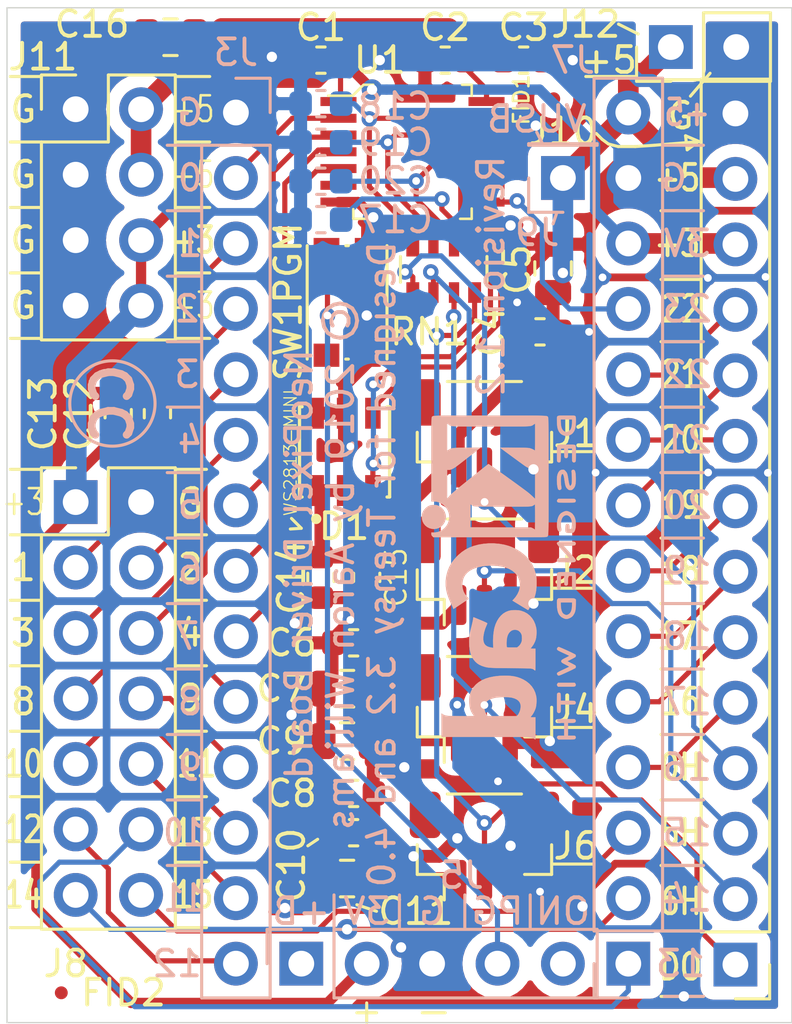
<source format=kicad_pcb>
(kicad_pcb (version 20171130) (host pcbnew 5.1.4-5.1.4)
  (title_block (title "Teensy Plus") (date 2019-11-16) (rev 1.2) (comment 1 "Copyright (C) 2019 Aaron Williams") (comment 2 aaron.w2@gmail.com))
  (layers (0 F.Cu signal) (31 B.Cu signal) (34 B.Paste user) (35 F.Paste user) (36 B.SilkS user) (37 F.SilkS user) (38 B.Mask user) (39 F.Mask user) (44 Edge.Cuts user))
  (net 0 "")
  (net 1 GND)
  (net 2 +3V3)
  (net 3 +5V)
  (net 4 /DO)
  (net 5 /IO0_H)
  (net 6 /IO12)
  (net 7 /IO11)
  (net 8 /IO10)
  (net 9 /IO9)
  (net 10 /IO8)
  (net 11 /IO7)
  (net 12 /IO6)
  (net 13 /IO5)
  (net 14 /IO4)
  (net 15 /IO3)
  (net 16 /IO2)
  (net 17 /IO1)
  (net 18 /IO0)
  (net 19 /ON_OFF)
  (net 20 /Program)
  (net 21 /IO23)
  (net 22 /IO22)
  (net 23 /IO21)
  (net 24 /IO20)
  (net 25 /IO19)
  (net 26 /IO18)
  (net 27 /IO17)
  (net 28 /IO16)
  (net 29 /IO15)
  (net 30 /IO14)
  (net 31 /IO13)
  (net 32 "Net-(U1-Pad9)")
  (net 33 "Net-(U1-Pad6)")
  (net 34 "Net-(D1-Pad4)")
  (net 35 /IO0_HR)
  (net 36 /DO_R)
  (net 37 /IO5_H)
  (net 38 /IO6_H)
  (net 39 /IO5_HR)
  (net 40 /IO6_HR)
  (net 41 /VBat)
  (module Fiducial:Fiducial_0.5mm_Mask1mm (layer F.Cu) (at 18.6182 68.6943)
    (fp_text reference FID2 (at 2.413 0) (layer F.SilkS))
    (fp_text value FIDUCIAL_1MM)
    (pad "" smd circle (at 0 0) (size 0.5 0.5) (layers F.Cu F.Mask) (clearance 0.25))
  )
  (module Fiducial:Fiducial_0.5mm_Mask1mm (layer F.Cu) (at 37.7444 34.0106)
    (fp_text reference FID1 (at -1.2573 0.0381 90) (layer F.SilkS) (effects (font (size 0.6 0.6) (thickness 0.1))))
    (fp_text value FIDUCIAL_1MM)
    (pad "" smd circle (at 0 0) (size 0.5 0.5) (layers F.Cu F.Mask) (clearance 0.25))
  )
  (module Connector_PinHeader_2.54mm:PinHeader_1x02_P2.54mm_Vertical (layer F.Cu) (at 42.291 32.004 90)
    (fp_text reference J12 (at 0.889 -3.302 180) (layer F.SilkS))
    (fp_text value Conn_01x02)
    (pad 2 thru_hole oval (at 0 2.54 90) (size 1.7 1.7) (drill 1) (layers *.Cu *.Mask) (net 1 GND))
    (pad 1 thru_hole rect (at 0 0 90) (size 1.7 1.7) (drill 1) (layers *.Cu *.Mask) (net 3 +5V))
  )
  (module Capacitor_SMD:C_0603_1608Metric (layer B.Cu) (at 28.7 37.21)
    (fp_text reference C20 (at 2.9 -0.01) (layer B.SilkS) (effects (justify mirror)))
    (fp_text value "4700nF DNS")
    (pad 2 smd roundrect (at 0.7875 0) (size 0.875 0.95) (layers B.Cu B.Paste B.Mask) (net 38 /IO6_H))
    (pad 1 smd roundrect (at -0.7875 0) (size 0.875 0.95) (layers B.Cu B.Paste B.Mask) (net 1 GND))
  )
  (module Capacitor_SMD:C_0603_1608Metric (layer B.Cu) (at 28.7 35.7)
    (fp_text reference C19 (at 2.9 0) (layer B.SilkS) (effects (justify mirror)))
    (fp_text value "4700nF DNS")
    (pad 2 smd roundrect (at 0.7875 0) (size 0.875 0.95) (layers B.Cu B.Paste B.Mask) (net 37 /IO5_H))
    (pad 1 smd roundrect (at -0.7875 0) (size 0.875 0.95) (layers B.Cu B.Paste B.Mask) (net 1 GND))
  )
  (module Capacitor_SMD:C_0603_1608Metric (layer B.Cu) (at 28.7 34.2)
    (fp_text reference C18 (at 2.89 0.1) (layer B.SilkS) (effects (justify mirror)))
    (fp_text value "4700nF DNS")
    (pad 2 smd roundrect (at 0.7875 0) (size 0.875 0.95) (layers B.Cu B.Paste B.Mask) (net 5 /IO0_H))
    (pad 1 smd roundrect (at -0.7875 0) (size 0.875 0.95) (layers B.Cu B.Paste B.Mask) (net 1 GND))
  )
  (module Capacitor_SMD:C_0603_1608Metric (layer B.Cu) (at 28.7 38.7)
    (fp_text reference C17 (at 2.9 0) (layer B.SilkS) (effects (justify mirror)))
    (fp_text value "4700nF DNS")
    (pad 2 smd roundrect (at 0.7875 0) (size 0.875 0.95) (layers B.Cu B.Paste B.Mask) (net 4 /DO))
    (pad 1 smd roundrect (at -0.7875 0) (size 0.875 0.95) (layers B.Cu B.Paste B.Mask) (net 1 GND))
  )
  (module LED_WS2813-mini:LED_WS2813-MINI-2 (layer F.Cu) (at 29.62 47.71 90)
    (fp_text reference D1 (at -2.89 -0.02 180) (layer F.SilkS))
    (fp_text value WS2813-MINI (at -0.03 -2.1 90) (layer F.SilkS) (effects (font (size 0.48 0.48) (thickness 0.05))))
    (pad 6 smd rect (at 1.5 -1.1 270) (size 1.2 0.6) (layers F.Cu F.Paste F.Mask) (net 1 GND))
    (pad 5 smd rect (at 1.5 0 270) (size 1.2 0.6) (layers F.Cu F.Paste F.Mask) (net 1 GND))
    (pad 4 smd rect (at 1.5 1.1 270) (size 1.2 0.6) (layers F.Cu F.Paste F.Mask) (net 34 "Net-(D1-Pad4)"))
    (pad 3 smd rect (at -1.5 1.1 90) (size 1.2 0.6) (layers F.Cu F.Paste F.Mask) (net 4 /DO))
    (pad 2 smd rect (at -1.5 0 90) (size 1.2 0.6) (layers F.Cu F.Paste F.Mask) (net 3 +5V))
    (pad 1 smd rect (at -1.5 -1.1 90) (size 1.2 0.6) (layers F.Cu F.Paste F.Mask) (net 3 +5V))
  )
  (module Connector_PinHeader_2.54mm:PinHeader_1x14_P2.54mm_Vertical (layer F.Cu) (at 44.8 67.6 180)
    (fp_text reference J10 (at 6.7 32.3194 180) (layer F.SilkS))
    (fp_text value Conn_01x14)
    (pad 14 thru_hole oval (at 0 33.02 180) (size 1.7 1.7) (drill 1) (layers *.Cu *.Mask) (net 1 GND))
    (pad 13 thru_hole oval (at 0 30.48 180) (size 1.7 1.7) (drill 1) (layers *.Cu *.Mask) (net 3 +5V))
    (pad 12 thru_hole oval (at 0 27.94 180) (size 1.7 1.7) (drill 1) (layers *.Cu *.Mask) (net 2 +3V3))
    (pad 11 thru_hole oval (at 0 25.4 180) (size 1.7 1.7) (drill 1) (layers *.Cu *.Mask) (net 22 /IO22))
    (pad 10 thru_hole oval (at 0 22.86 180) (size 1.7 1.7) (drill 1) (layers *.Cu *.Mask) (net 23 /IO21))
    (pad 9 thru_hole oval (at 0 20.32 180) (size 1.7 1.7) (drill 1) (layers *.Cu *.Mask) (net 24 /IO20))
    (pad 8 thru_hole oval (at 0 17.78 180) (size 1.7 1.7) (drill 1) (layers *.Cu *.Mask) (net 25 /IO19))
    (pad 7 thru_hole oval (at 0 15.24 180) (size 1.7 1.7) (drill 1) (layers *.Cu *.Mask) (net 26 /IO18))
    (pad 6 thru_hole oval (at 0 12.7 180) (size 1.7 1.7) (drill 1) (layers *.Cu *.Mask) (net 27 /IO17))
    (pad 5 thru_hole oval (at 0 10.16 180) (size 1.7 1.7) (drill 1) (layers *.Cu *.Mask) (net 28 /IO16))
    (pad 4 thru_hole oval (at 0 7.62 180) (size 1.7 1.7) (drill 1) (layers *.Cu *.Mask) (net 35 /IO0_HR))
    (pad 3 thru_hole oval (at 0 5.08 180) (size 1.7 1.7) (drill 1) (layers *.Cu *.Mask) (net 39 /IO5_HR))
    (pad 2 thru_hole oval (at 0 2.54 180) (size 1.7 1.7) (drill 1) (layers *.Cu *.Mask) (net 40 /IO6_HR))
    (pad 1 thru_hole rect (at 0 0 180) (size 1.7 1.7) (drill 1) (layers *.Cu *.Mask) (net 36 /DO_R))
  )
  (module Resistor_SMD:R_Array_Convex_4x0603 (layer F.Cu) (at 33.471 40.629 270)
    (fp_text reference RN1 (at 2.424 0.578 180) (layer F.SilkS))
    (fp_text value 22)
    (pad 5 smd rect (at 0.9 1.2 270) (size 0.8 0.5) (layers F.Cu F.Paste F.Mask) (net 35 /IO0_HR))
    (pad 6 smd rect (at 0.9 0.4 270) (size 0.8 0.4) (layers F.Cu F.Paste F.Mask) (net 39 /IO5_HR))
    (pad 8 smd rect (at 0.9 -1.2 270) (size 0.8 0.5) (layers F.Cu F.Paste F.Mask) (net 36 /DO_R))
    (pad 7 smd rect (at 0.9 -0.4 270) (size 0.8 0.4) (layers F.Cu F.Paste F.Mask) (net 40 /IO6_HR))
    (pad 4 smd rect (at -0.9 1.2 270) (size 0.8 0.5) (layers F.Cu F.Paste F.Mask) (net 5 /IO0_H))
    (pad 2 smd rect (at -0.9 -0.4 270) (size 0.8 0.4) (layers F.Cu F.Paste F.Mask) (net 38 /IO6_H))
    (pad 3 smd rect (at -0.9 0.4 270) (size 0.8 0.4) (layers F.Cu F.Paste F.Mask) (net 37 /IO5_H))
    (pad 1 smd rect (at -0.9 -1.2 270) (size 0.8 0.5) (layers F.Cu F.Paste F.Mask) (net 4 /DO))
  )
  (module Symbol:KiCad-Logo2_5mm_SilkScreen (layer B.Cu) (at 35.6 52.578 270)
    (fp_text reference REF** hide)
    (fp_text value KiCad-Logo2_5mm_SilkScreen hide)
  )
  (module Capacitor_SMD:C_0805_2012Metric (layer F.Cu) (at 22.86 31.623 180)
    (fp_text reference C16 (at 3.048 0.508) (layer F.SilkS))
    (fp_text value 10uF)
    (pad 2 smd roundrect (at 0.9375 0 180) (size 0.975 1.4) (layers F.Cu F.Paste F.Mask) (net 1 GND))
    (pad 1 smd roundrect (at -0.9375 0 180) (size 0.975 1.4) (layers F.Cu F.Paste F.Mask) (net 3 +5V))
  )
  (module Connector_PinHeader_2.54mm:PinHeader_1x14_P2.54mm_Vertical (layer B.Cu) (at 40.64 67.564)
    (fp_text reference J7 (at -2.159 -35.052) (layer B.SilkS) (effects (justify mirror)))
    (fp_text value Conn_01x14_Male)
    (pad 14 thru_hole oval (at 0 -33.02) (size 1.7 1.7) (drill 1) (layers *.Cu *.Mask) (net 3 +5V))
    (pad 13 thru_hole oval (at 0 -30.48) (size 1.7 1.7) (drill 1) (layers *.Cu *.Mask) (net 1 GND))
    (pad 12 thru_hole oval (at 0 -27.94) (size 1.7 1.7) (drill 1) (layers *.Cu *.Mask) (net 2 +3V3))
    (pad 11 thru_hole oval (at 0 -25.4) (size 1.7 1.7) (drill 1) (layers *.Cu *.Mask) (net 21 /IO23))
    (pad 10 thru_hole oval (at 0 -22.86) (size 1.7 1.7) (drill 1) (layers *.Cu *.Mask) (net 22 /IO22))
    (pad 9 thru_hole oval (at 0 -20.32) (size 1.7 1.7) (drill 1) (layers *.Cu *.Mask) (net 23 /IO21))
    (pad 8 thru_hole oval (at 0 -17.78) (size 1.7 1.7) (drill 1) (layers *.Cu *.Mask) (net 24 /IO20))
    (pad 7 thru_hole oval (at 0 -15.24) (size 1.7 1.7) (drill 1) (layers *.Cu *.Mask) (net 25 /IO19))
    (pad 6 thru_hole oval (at 0 -12.7) (size 1.7 1.7) (drill 1) (layers *.Cu *.Mask) (net 26 /IO18))
    (pad 5 thru_hole oval (at 0 -10.16) (size 1.7 1.7) (drill 1) (layers *.Cu *.Mask) (net 27 /IO17))
    (pad 4 thru_hole oval (at 0 -7.62) (size 1.7 1.7) (drill 1) (layers *.Cu *.Mask) (net 28 /IO16))
    (pad 3 thru_hole oval (at 0 -5.08) (size 1.7 1.7) (drill 1) (layers *.Cu *.Mask) (net 29 /IO15))
    (pad 2 thru_hole oval (at 0 -2.54) (size 1.7 1.7) (drill 1) (layers *.Cu *.Mask) (net 30 /IO14))
    (pad 1 thru_hole rect (at 0 0) (size 1.7 1.7) (drill 1) (layers *.Cu *.Mask) (net 31 /IO13))
  )
  (module Connector_PinHeader_2.54mm:PinHeader_2x04_P2.54mm_Vertical (layer F.Cu) (at 19.177 34.417)
    (fp_text reference J11 (at -1.27 -2.032) (layer F.SilkS))
    (fp_text value Conn_02x04_Odd_Even)
    (pad 8 thru_hole oval (at 2.54 7.62) (size 1.7 1.7) (drill 1) (layers *.Cu *.Mask) (net 2 +3V3))
    (pad 7 thru_hole oval (at 0 7.62) (size 1.7 1.7) (drill 1) (layers *.Cu *.Mask) (net 1 GND))
    (pad 6 thru_hole oval (at 2.54 5.08) (size 1.7 1.7) (drill 1) (layers *.Cu *.Mask) (net 2 +3V3))
    (pad 5 thru_hole oval (at 0 5.08) (size 1.7 1.7) (drill 1) (layers *.Cu *.Mask) (net 1 GND))
    (pad 4 thru_hole oval (at 2.54 2.54) (size 1.7 1.7) (drill 1) (layers *.Cu *.Mask) (net 3 +5V))
    (pad 3 thru_hole oval (at 0 2.54) (size 1.7 1.7) (drill 1) (layers *.Cu *.Mask) (net 1 GND))
    (pad 2 thru_hole oval (at 2.54 0) (size 1.7 1.7) (drill 1) (layers *.Cu *.Mask) (net 3 +5V))
    (pad 1 thru_hole rect (at 0 0) (size 1.7 1.7) (drill 1) (layers *.Cu *.Mask) (net 1 GND))
  )
  (module Capacitor_SMD:C_0603_1608Metric (layer F.Cu) (at 29.972 55.118 180)
    (fp_text reference C6 (at 2.413 0 180) (layer F.SilkS))
    (fp_text value 0.1uF)
    (pad 2 smd roundrect (at 0.7875 0 180) (size 0.875 0.95) (layers F.Cu F.Paste F.Mask) (net 1 GND))
    (pad 1 smd roundrect (at -0.7875 0 180) (size 0.875 0.95) (layers F.Cu F.Paste F.Mask) (net 3 +5V))
  )
  (module Connector_PinHeader_2.54mm:PinHeader_2x07_P2.54mm_Vertical (layer F.Cu) (at 19.177 49.657)
    (fp_text reference J8 (at -0.381 17.907) (layer F.SilkS))
    (fp_text value Conn_02x07_Odd_Even)
    (pad 14 thru_hole oval (at 2.54 15.24) (size 1.7 1.7) (drill 1) (layers *.Cu *.Mask) (net 29 /IO15))
    (pad 13 thru_hole oval (at 0 15.24) (size 1.7 1.7) (drill 1) (layers *.Cu *.Mask) (net 30 /IO14))
    (pad 12 thru_hole oval (at 2.54 12.7) (size 1.7 1.7) (drill 1) (layers *.Cu *.Mask) (net 31 /IO13))
    (pad 11 thru_hole oval (at 0 12.7) (size 1.7 1.7) (drill 1) (layers *.Cu *.Mask) (net 6 /IO12))
    (pad 10 thru_hole oval (at 2.54 10.16) (size 1.7 1.7) (drill 1) (layers *.Cu *.Mask) (net 7 /IO11))
    (pad 9 thru_hole oval (at 0 10.16) (size 1.7 1.7) (drill 1) (layers *.Cu *.Mask) (net 8 /IO10))
    (pad 8 thru_hole oval (at 2.54 7.62) (size 1.7 1.7) (drill 1) (layers *.Cu *.Mask) (net 9 /IO9))
    (pad 7 thru_hole oval (at 0 7.62) (size 1.7 1.7) (drill 1) (layers *.Cu *.Mask) (net 10 /IO8))
    (pad 6 thru_hole oval (at 2.54 5.08) (size 1.7 1.7) (drill 1) (layers *.Cu *.Mask) (net 14 /IO4))
    (pad 5 thru_hole oval (at 0 5.08) (size 1.7 1.7) (drill 1) (layers *.Cu *.Mask) (net 15 /IO3))
    (pad 4 thru_hole oval (at 2.54 2.54) (size 1.7 1.7) (drill 1) (layers *.Cu *.Mask) (net 16 /IO2))
    (pad 3 thru_hole oval (at 0 2.54) (size 1.7 1.7) (drill 1) (layers *.Cu *.Mask) (net 17 /IO1))
    (pad 2 thru_hole oval (at 2.54 0) (size 1.7 1.7) (drill 1) (layers *.Cu *.Mask) (net 1 GND))
    (pad 1 thru_hole rect (at 0 0) (size 1.7 1.7) (drill 1) (layers *.Cu *.Mask) (net 2 +3V3))
  )
  (module Connector_PinHeader_2.54mm:PinHeader_1x01_P2.54mm_Vertical (layer B.Cu) (at 38.1 37.084)
    (fp_text reference J9 (at -1 2.116) (layer B.SilkS) (effects (justify mirror)))
    (fp_text value Conn_01x01_Male)
    (pad 1 thru_hole rect (at 0 0) (size 1.7 1.7) (drill 1) (layers *.Cu *.Mask) (net 3 +5V))
  )
  (module Connector_JST:JST_SH_BM03B-SRSS-TB_1x03-1MP_P1.00mm_Vertical (layer F.Cu) (at 35.052 62.992)
    (fp_text reference J6 (at 3.548 0.008) (layer F.SilkS))
    (fp_text value Conn_01x03_Male)
    (pad MP smd roundrect (at 2.3 -1.2) (size 1.2 1.8) (layers F.Cu F.Paste F.Mask) (roundrect_rratio 0.208333))
    (pad MP smd roundrect (at -2.3 -1.2) (size 1.2 1.8) (layers F.Cu F.Paste F.Mask) (roundrect_rratio 0.208333))
    (pad 3 smd roundrect (at 1 1.325) (size 0.6 1.55) (layers F.Cu F.Paste F.Mask) (net 1 GND))
    (pad 2 smd roundrect (at 0 1.325) (size 0.6 1.55) (layers F.Cu F.Paste F.Mask) (net 36 /DO_R))
    (pad 1 smd roundrect (at -1 1.325) (size 0.6 1.55) (layers F.Cu F.Paste F.Mask) (net 3 +5V))
  )
  (module Connector_JST:JST_SH_BM03B-SRSS-TB_1x03-1MP_P1.00mm_Vertical (layer F.Cu) (at 35.052 57.658)
    (fp_text reference J4 (at 3.548 0.042) (layer F.SilkS))
    (fp_text value Conn_01x03_Male)
    (pad MP smd roundrect (at 2.3 -1.2) (size 1.2 1.8) (layers F.Cu F.Paste F.Mask) (roundrect_rratio 0.208333))
    (pad MP smd roundrect (at -2.3 -1.2) (size 1.2 1.8) (layers F.Cu F.Paste F.Mask) (roundrect_rratio 0.208333))
    (pad 3 smd roundrect (at 1 1.325) (size 0.6 1.55) (layers F.Cu F.Paste F.Mask) (net 1 GND))
    (pad 2 smd roundrect (at 0 1.325) (size 0.6 1.55) (layers F.Cu F.Paste F.Mask) (net 40 /IO6_HR))
    (pad 1 smd roundrect (at -1 1.325) (size 0.6 1.55) (layers F.Cu F.Paste F.Mask) (net 3 +5V))
  )
  (module Connector_JST:JST_SH_BM03B-SRSS-TB_1x03-1MP_P1.00mm_Vertical (layer F.Cu) (at 35.052 52.324)
    (fp_text reference J2 (at 3.548 -0.024) (layer F.SilkS))
    (fp_text value Conn_01x03_Male)
    (pad MP smd roundrect (at 2.3 -1.2) (size 1.2 1.8) (layers F.Cu F.Paste F.Mask) (roundrect_rratio 0.208333))
    (pad MP smd roundrect (at -2.3 -1.2) (size 1.2 1.8) (layers F.Cu F.Paste F.Mask) (roundrect_rratio 0.208333))
    (pad 3 smd roundrect (at 1 1.325) (size 0.6 1.55) (layers F.Cu F.Paste F.Mask) (net 1 GND))
    (pad 2 smd roundrect (at 0 1.325) (size 0.6 1.55) (layers F.Cu F.Paste F.Mask) (net 39 /IO5_HR))
    (pad 1 smd roundrect (at -1 1.325) (size 0.6 1.55) (layers F.Cu F.Paste F.Mask) (net 3 +5V))
  )
  (module Connector_JST:JST_SH_BM03B-SRSS-TB_1x03-1MP_P1.00mm_Vertical (layer F.Cu) (at 35.052 46.99)
    (fp_text reference J1 (at 3.548 0.01) (layer F.SilkS))
    (fp_text value Conn_01x03_Male)
    (pad MP smd roundrect (at 2.3 -1.2) (size 1.2 1.8) (layers F.Cu F.Paste F.Mask) (roundrect_rratio 0.208333))
    (pad MP smd roundrect (at -2.3 -1.2) (size 1.2 1.8) (layers F.Cu F.Paste F.Mask) (roundrect_rratio 0.208333))
    (pad 3 smd roundrect (at 1 1.325) (size 0.6 1.55) (layers F.Cu F.Paste F.Mask) (net 1 GND))
    (pad 2 smd roundrect (at 0 1.325) (size 0.6 1.55) (layers F.Cu F.Paste F.Mask) (net 35 /IO0_HR))
    (pad 1 smd roundrect (at -1 1.325) (size 0.6 1.55) (layers F.Cu F.Paste F.Mask) (net 3 +5V))
  )
  (module digikey-footprints:TSSOP-14_W4.4mm (layer F.Cu) (at 32.258 36.068 270)
    (fp_text reference U1 (at -3.556 1.27 180) (layer F.SilkS))
    (fp_text value TXB0104PWR)
    (pad 8 smd rect (at 1.95 -2.875 270) (size 0.35 1.4) (layers F.Cu F.Paste F.Mask) (net 21 /IO23))
    (pad 9 smd rect (at 1.3 -2.875 270) (size 0.35 1.4) (layers F.Cu F.Paste F.Mask) (net 32 "Net-(U1-Pad9)"))
    (pad 10 smd rect (at 0.65 -2.875 270) (size 0.35 1.4) (layers F.Cu F.Paste F.Mask) (net 34 "Net-(D1-Pad4)"))
    (pad 11 smd rect (at 0 -2.875 270) (size 0.35 1.4) (layers F.Cu F.Paste F.Mask) (net 38 /IO6_H))
    (pad 12 smd rect (at -0.65 -2.875 270) (size 0.35 1.4) (layers F.Cu F.Paste F.Mask) (net 37 /IO5_H))
    (pad 13 smd rect (at -1.3 -2.875 270) (size 0.35 1.4) (layers F.Cu F.Paste F.Mask) (net 5 /IO0_H))
    (pad 14 smd rect (at -1.95 -2.875 270) (size 0.35 1.4) (layers F.Cu F.Paste F.Mask) (net 3 +5V))
    (pad 7 smd rect (at 1.95 2.875 270) (size 0.35 1.4) (layers F.Cu F.Paste F.Mask) (net 1 GND))
    (pad 6 smd rect (at 1.3 2.875 270) (size 0.35 1.4) (layers F.Cu F.Paste F.Mask) (net 33 "Net-(U1-Pad6)"))
    (pad 5 smd rect (at 0.65 2.875 270) (size 0.35 1.4) (layers F.Cu F.Paste F.Mask) (net 11 /IO7))
    (pad 4 smd rect (at 0 2.875 270) (size 0.35 1.4) (layers F.Cu F.Paste F.Mask) (net 12 /IO6))
    (pad 3 smd rect (at -0.65 2.875 270) (size 0.35 1.4) (layers F.Cu F.Paste F.Mask) (net 13 /IO5))
    (pad 2 smd rect (at -1.3 2.875 270) (size 0.35 1.4) (layers F.Cu F.Paste F.Mask) (net 18 /IO0))
    (pad 1 smd rect (at -1.95 2.875 270) (size 0.35 1.4) (layers F.Cu F.Paste F.Mask) (net 2 +3V3))
  )
  (module Capacitor_SMD:C_0603_1608Metric (layer F.Cu) (at 30.48 52.578 270)
    (fp_text reference C15 (at 0 -1.143 90) (layer F.SilkS) (effects (font (size 0.8 0.8) (thickness 0.1))))
    (fp_text value 1uF)
    (pad 2 smd roundrect (at 0.7875 0 270) (size 0.875 0.95) (layers F.Cu F.Paste F.Mask) (net 1 GND))
    (pad 1 smd roundrect (at -0.7875 0 270) (size 0.875 0.95) (layers F.Cu F.Paste F.Mask) (net 3 +5V))
  )
  (module Capacitor_SMD:C_0603_1608Metric (layer F.Cu) (at 28.702 52.578 270)
    (fp_text reference C14 (at 0 1.143 90) (layer F.SilkS))
    (fp_text value 0.1uF)
    (pad 2 smd roundrect (at 0.7875 0 270) (size 0.875 0.95) (layers F.Cu F.Paste F.Mask) (net 1 GND))
    (pad 1 smd roundrect (at -0.7875 0 270) (size 0.875 0.95) (layers F.Cu F.Paste F.Mask) (net 3 +5V))
  )
  (module Switch_Tact_SMD:SW_SPST_KMR2 (layer F.Cu) (at 29.718 41.91 90)
    (fp_text reference SW1 (at -1.524 -2.286 270) (layer F.SilkS))
    (fp_text value SW_SPST_KMR2)
    (pad 1 smd rect (at -2.05 -0.8 90) (size 0.9 1) (layers F.Cu F.Paste F.Mask) (net 20 /Program))
    (pad 2 smd rect (at -2.05 0.8 90) (size 0.9 1) (layers F.Cu F.Paste F.Mask) (net 1 GND))
    (pad 1 smd rect (at 2.05 -0.8 90) (size 0.9 1) (layers F.Cu F.Paste F.Mask) (net 20 /Program))
    (pad 2 smd rect (at 2.05 0.8 90) (size 0.9 1) (layers F.Cu F.Paste F.Mask) (net 1 GND))
  )
  (module Connector_PinHeader_2.54mm:PinHeader_1x05_P2.54mm_Vertical (layer B.Cu) (at 27.94 67.564 270)
    (fp_text reference J5 (at -3.429 -6.223 180) (layer B.SilkS) (effects (justify mirror)))
    (fp_text value Conn_01x05_Male)
    (pad 5 thru_hole oval (at 0 -10.16 270) (size 1.7 1.7) (drill 1) (layers *.Cu *.Mask) (net 19 /ON_OFF))
    (pad 4 thru_hole oval (at 0 -7.62 270) (size 1.7 1.7) (drill 1) (layers *.Cu *.Mask) (net 20 /Program))
    (pad 3 thru_hole oval (at 0 -5.08 270) (size 1.7 1.7) (drill 1) (layers *.Cu *.Mask) (net 1 GND))
    (pad 2 thru_hole oval (at 0 -2.54 270) (size 1.7 1.7) (drill 1) (layers *.Cu *.Mask) (net 2 +3V3))
    (pad 1 thru_hole rect (at 0 0 270) (size 1.7 1.7) (drill 1) (layers *.Cu *.Mask) (net 41 /VBat))
  )
  (module Connector_PinHeader_2.54mm:PinHeader_1x14_P2.54mm_Vertical (layer B.Cu) (at 25.4 34.544 180)
    (fp_text reference J3 (at 0 2.33) (layer B.SilkS) (effects (justify mirror)))
    (fp_text value Conn_01x14_Male)
    (pad 14 thru_hole oval (at 0 -33.02 180) (size 1.7 1.7) (drill 1) (layers *.Cu *.Mask) (net 6 /IO12))
    (pad 13 thru_hole oval (at 0 -30.48 180) (size 1.7 1.7) (drill 1) (layers *.Cu *.Mask) (net 7 /IO11))
    (pad 12 thru_hole oval (at 0 -27.94 180) (size 1.7 1.7) (drill 1) (layers *.Cu *.Mask) (net 8 /IO10))
    (pad 11 thru_hole oval (at 0 -25.4 180) (size 1.7 1.7) (drill 1) (layers *.Cu *.Mask) (net 9 /IO9))
    (pad 10 thru_hole oval (at 0 -22.86 180) (size 1.7 1.7) (drill 1) (layers *.Cu *.Mask) (net 10 /IO8))
    (pad 9 thru_hole oval (at 0 -20.32 180) (size 1.7 1.7) (drill 1) (layers *.Cu *.Mask) (net 11 /IO7))
    (pad 8 thru_hole oval (at 0 -17.78 180) (size 1.7 1.7) (drill 1) (layers *.Cu *.Mask) (net 12 /IO6))
    (pad 7 thru_hole oval (at 0 -15.24 180) (size 1.7 1.7) (drill 1) (layers *.Cu *.Mask) (net 13 /IO5))
    (pad 6 thru_hole oval (at 0 -12.7 180) (size 1.7 1.7) (drill 1) (layers *.Cu *.Mask) (net 14 /IO4))
    (pad 5 thru_hole oval (at 0 -10.16 180) (size 1.7 1.7) (drill 1) (layers *.Cu *.Mask) (net 15 /IO3))
    (pad 4 thru_hole oval (at 0 -7.62 180) (size 1.7 1.7) (drill 1) (layers *.Cu *.Mask) (net 16 /IO2))
    (pad 3 thru_hole oval (at 0 -5.08 180) (size 1.7 1.7) (drill 1) (layers *.Cu *.Mask) (net 17 /IO1))
    (pad 2 thru_hole oval (at 0 -2.54 180) (size 1.7 1.7) (drill 1) (layers *.Cu *.Mask) (net 18 /IO0))
    (pad 1 thru_hole rect (at 0 0 180) (size 1.7 1.7) (drill 1) (layers *.Cu *.Mask) (net 1 GND))
  )
  (module Capacitor_SMD:C_0603_1608Metric (layer F.Cu) (at 20.828 46.228 90)
    (fp_text reference C13 (at 0 -2.921 90) (layer F.SilkS))
    (fp_text value 0.1uF)
    (pad 2 smd roundrect (at 0.7875 0 90) (size 0.875 0.95) (layers F.Cu F.Paste F.Mask) (net 1 GND))
    (pad 1 smd roundrect (at -0.7875 0 90) (size 0.875 0.95) (layers F.Cu F.Paste F.Mask) (net 2 +3V3))
  )
  (module Capacitor_SMD:C_0603_1608Metric (layer F.Cu) (at 22.352 46.228 90)
    (fp_text reference C12 (at 0 -3.048 90) (layer F.SilkS))
    (fp_text value 1uF)
    (pad 2 smd roundrect (at 0.7875 0 90) (size 0.875 0.95) (layers F.Cu F.Paste F.Mask) (net 1 GND))
    (pad 1 smd roundrect (at -0.7875 0 90) (size 0.875 0.95) (layers F.Cu F.Paste F.Mask) (net 2 +3V3))
  )
  (module Capacitor_SMD:C_0805_2012Metric (layer F.Cu) (at 29.718 64.262 180)
    (fp_text reference C11 (at -2.667 -1.27) (layer F.SilkS))
    (fp_text value 10uF)
    (pad 2 smd roundrect (at 0.9375 0 180) (size 0.975 1.4) (layers F.Cu F.Paste F.Mask) (net 1 GND))
    (pad 1 smd roundrect (at -0.9375 0 180) (size 0.975 1.4) (layers F.Cu F.Paste F.Mask) (net 3 +5V))
  )
  (module Capacitor_SMD:C_0603_1608Metric (layer F.Cu) (at 29.972 62.484 180)
    (fp_text reference C10 (at 2.413 -1.27 90) (layer F.SilkS))
    (fp_text value 0.1uF)
    (pad 2 smd roundrect (at 0.7875 0 180) (size 0.875 0.95) (layers F.Cu F.Paste F.Mask) (net 1 GND))
    (pad 1 smd roundrect (at -0.7875 0 180) (size 0.875 0.95) (layers F.Cu F.Paste F.Mask) (net 3 +5V))
  )
  (module Capacitor_SMD:C_0805_2012Metric (layer F.Cu) (at 29.718 58.928 180)
    (fp_text reference C9 (at 2.54 0 180) (layer F.SilkS))
    (fp_text value 10uF)
    (pad 2 smd roundrect (at 0.9375 0 180) (size 0.975 1.4) (layers F.Cu F.Paste F.Mask) (net 1 GND))
    (pad 1 smd roundrect (at -0.9375 0 180) (size 0.975 1.4) (layers F.Cu F.Paste F.Mask) (net 3 +5V))
  )
  (module Capacitor_SMD:C_0603_1608Metric (layer F.Cu) (at 29.972 60.96 180)
    (fp_text reference C8 (at 2.413 0 180) (layer F.SilkS))
    (fp_text value 0.1uF)
    (pad 2 smd roundrect (at 0.7875 0 180) (size 0.875 0.95) (layers F.Cu F.Paste F.Mask) (net 1 GND))
    (pad 1 smd roundrect (at -0.7875 0 180) (size 0.875 0.95) (layers F.Cu F.Paste F.Mask) (net 3 +5V))
  )
  (module Capacitor_SMD:C_0805_2012Metric (layer F.Cu) (at 29.718 56.896 180)
    (fp_text reference C7 (at 2.54 0 180) (layer F.SilkS))
    (fp_text value 10uF)
    (pad 2 smd roundrect (at 0.9375 0 180) (size 0.975 1.4) (layers F.Cu F.Paste F.Mask) (net 1 GND))
    (pad 1 smd roundrect (at -0.9375 0 180) (size 0.975 1.4) (layers F.Cu F.Paste F.Mask) (net 3 +5V))
  )
  (module Capacitor_SMD:C_0805_2012Metric (layer F.Cu) (at 37.719 40.5915 90)
    (fp_text reference C5 (at -0.0485 -1.397 270) (layer F.SilkS))
    (fp_text value 10uF)
    (pad 2 smd roundrect (at 0.9375 0 90) (size 0.975 1.4) (layers F.Cu F.Paste F.Mask) (net 1 GND))
    (pad 1 smd roundrect (at -0.9375 0 90) (size 0.975 1.4) (layers F.Cu F.Paste F.Mask) (net 3 +5V))
  )
  (module Capacitor_SMD:C_0603_1608Metric (layer F.Cu) (at 37.211 43.053 180)
    (fp_text reference C4 (at 1.905 0 90) (layer F.SilkS))
    (fp_text value 0.1uF)
    (pad 2 smd roundrect (at 0.7875 0 180) (size 0.875 0.95) (layers F.Cu F.Paste F.Mask) (net 1 GND))
    (pad 1 smd roundrect (at -0.7875 0 180) (size 0.875 0.95) (layers F.Cu F.Paste F.Mask) (net 3 +5V))
  )
  (module Capacitor_SMD:C_0603_1608Metric (layer F.Cu) (at 36.576 32.512)
    (fp_text reference C3 (at 0 -1.27) (layer F.SilkS))
    (fp_text value 1uF)
    (pad 2 smd roundrect (at 0.7875 0) (size 0.875 0.95) (layers F.Cu F.Paste F.Mask) (net 1 GND))
    (pad 1 smd roundrect (at -0.7875 0) (size 0.875 0.95) (layers F.Cu F.Paste F.Mask) (net 3 +5V))
  )
  (module Capacitor_SMD:C_0603_1608Metric (layer F.Cu) (at 33.528 32.512 180)
    (fp_text reference C2 (at 0 1.27) (layer F.SilkS))
    (fp_text value 0.1uF)
    (pad 2 smd roundrect (at 0.7875 0 180) (size 0.875 0.95) (layers F.Cu F.Paste F.Mask) (net 1 GND))
    (pad 1 smd roundrect (at -0.7875 0 180) (size 0.875 0.95) (layers F.Cu F.Paste F.Mask) (net 3 +5V))
  )
  (module Capacitor_SMD:C_0603_1608Metric (layer F.Cu) (at 28.702 32.512 180)
    (fp_text reference C1 (at 0 1.27) (layer F.SilkS))
    (fp_text value 0.1uF)
    (pad 2 smd roundrect (at 0.7875 0 180) (size 0.875 0.95) (layers F.Cu F.Paste F.Mask) (net 1 GND))
    (pad 1 smd roundrect (at -0.7875 0 180) (size 0.875 0.95) (layers F.Cu F.Paste F.Mask) (net 2 +3V3))
  )
  (gr_line (start 42.926 35.9918) (end 43.307 35.7124) (layer F.SilkS) (width 0.12))
  (gr_line (start 42.8625 35.4457) (end 42.926 35.9918) (layer F.SilkS) (width 0.12))
  (gr_line (start 43.3959 35.6743) (end 42.8625 35.4457) (layer F.SilkS) (width 0.12))
  (gr_line (start 42.2656 35.7632) (end 43.3959 35.6743) (layer F.SilkS) (width 0.12))
  (gr_line (start 41.656 35.814) (end 42.2656 35.7632) (layer F.SilkS) (width 0.12))
  (gr_line (start 40.9067 35.8648) (end 41.656 35.814) (layer F.SilkS) (width 0.12))
  (gr_line (start 40.2463 35.8648) (end 40.9067 35.8648) (layer F.SilkS) (width 0.12))
  (gr_line (start 39.8653 35.7632) (end 40.2463 35.8648) (layer F.SilkS) (width 0.12))
  (gr_line (start 39.624 35.5854) (end 39.8653 35.7632) (layer F.SilkS) (width 0.12))
  (gr_line (start 39.3954 35.3568) (end 39.624 35.5854) (layer F.SilkS) (width 0.12))
  (gr_line (start 30.099 69.469) (end 30.861 69.469) (layer F.SilkS) (width 0.12))
  (gr_line (start 30.48 69.088) (end 30.48 69.85) (layer F.SilkS) (width 0.12))
  (gr_line (start 32.639 69.469) (end 33.528 69.469) (layer F.SilkS) (width 0.12))
  (gr_line (start 37.719 38.862) (end 37.846 38.481) (layer B.SilkS) (width 0.12))
  (gr_line (start 40.259 31.115) (end 41.021 31.496) (layer F.SilkS) (width 0.12))
  (gr_line (start 43.18 34.544) (end 43.434 34.544) (layer F.SilkS) (width 0.12))
  (gr_line (start 43.053 33.909) (end 43.815 33.02) (layer F.SilkS) (width 0.12))
  (gr_line (start 38.989 33.147) (end 40.894 33.147) (layer F.SilkS) (width 0.12))
  (gr_text +5 (at 39.878 32.512) (layer F.SilkS) (effects (font (size 1 1))))
  (gr_text PGM (at 27.432 40.386 90) (layer F.SilkS) (effects (font (size 1 1))))
  (gr_line (start 41.91 33.274) (end 43.434 33.274) (layer F.SilkS) (width 0.12))
  (gr_line (start 23.114 48.387) (end 24.257 48.387) (layer F.SilkS) (width 0.12))
  (gr_line (start 17.78 48.387) (end 16.637 48.387) (layer F.SilkS) (width 0.12))
  (gr_line (start 24.384 33.147) (end 23.114 33.147) (layer F.SilkS) (width 0.12))
  (gr_line (start 16.637 33.147) (end 17.78 33.147) (layer F.SilkS) (width 0.12))
  (gr_text G (at 17.145 42.037) (layer F.SilkS) (effects (font (size 1 1))))
  (gr_text G (at 17.145 39.497) (layer F.SilkS) (effects (font (size 1 1))))
  (gr_text G (at 17.145 36.957) (layer F.SilkS) (effects (font (size 1 1))))
  (gr_text G (at 17.145 34.417) (layer F.SilkS) (effects (font (size 1 1))))
  (gr_line (start 16.637 35.687) (end 17.847 35.687) (layer F.SilkS) (width 0.12))
  (gr_line (start 16.637 38.227) (end 17.78 38.227) (layer F.SilkS) (width 0.12))
  (gr_line (start 16.637 40.767) (end 17.78 40.767) (layer F.SilkS) (width 0.12))
  (gr_line (start 16.637 43.307) (end 17.78 43.307) (layer F.SilkS) (width 0.12))
  (gr_line (start 23.114 43.307) (end 24.384 43.307) (layer F.SilkS) (width 0.12))
  (gr_line (start 23.114 40.767) (end 24.384 40.767) (layer F.SilkS) (width 0.12))
  (gr_line (start 23.114 38.227) (end 24.384 38.227) (layer F.SilkS) (width 0.12))
  (gr_line (start 23.114 35.687) (end 24.384 35.687) (layer F.SilkS) (width 0.12))
  (gr_text +3 (at 23.749 42.037) (layer F.SilkS) (effects (font (size 1 0.75) (thickness 0.1))))
  (gr_text +3 (at 23.749 39.497) (layer F.SilkS) (effects (font (size 1 0.75))))
  (gr_text +5 (at 23.749 36.957) (layer F.SilkS) (effects (font (size 1 0.75) (thickness 0.1))))
  (gr_text +5 (at 23.749 34.417) (layer F.SilkS) (effects (font (size 1 0.75) (thickness 0.1))))
  (gr_line (start 41.91 68.834) (end 43.561 68.834) (layer F.SilkS) (width 0.12))
  (gr_line (start 41.91 66.294) (end 43.434 66.294) (layer F.SilkS) (width 0.12))
  (gr_line (start 41.91 63.754) (end 43.434 63.754) (layer F.SilkS) (width 0.12))
  (gr_line (start 41.91 61.214) (end 43.434 61.214) (layer F.SilkS) (width 0.12))
  (gr_line (start 41.91 58.674) (end 43.434 58.674) (layer F.SilkS) (width 0.12))
  (gr_line (start 41.91 56.134) (end 43.434 56.134) (layer F.SilkS) (width 0.12))
  (gr_line (start 41.91 53.594) (end 43.434 53.594) (layer F.SilkS) (width 0.12))
  (gr_line (start 41.91 51.054) (end 43.434 51.054) (layer F.SilkS) (width 0.12))
  (gr_line (start 41.91 48.514) (end 43.434 48.514) (layer F.SilkS) (width 0.12))
  (gr_line (start 41.91 45.974) (end 43.434 45.974) (layer F.SilkS) (width 0.12))
  (gr_line (start 41.91 43.434) (end 43.434 43.434) (layer F.SilkS) (width 0.12))
  (gr_line (start 41.91 41.021) (end 43.434 41.021) (layer F.SilkS) (width 0.12))
  (gr_line (start 41.91 38.354) (end 43.434 38.354) (layer F.SilkS) (width 0.12))
  (gr_line (start 23.114 66.167) (end 24.257 66.167) (layer F.SilkS) (width 0.12))
  (gr_line (start 23.114 63.627) (end 24.257 63.627) (layer F.SilkS) (width 0.12))
  (gr_line (start 23.114 61.087) (end 24.257 61.087) (layer F.SilkS) (width 0.12))
  (gr_line (start 23.114 58.547) (end 24.257 58.547) (layer F.SilkS) (width 0.12))
  (gr_line (start 23.114 56.007) (end 24.257 56.007) (layer F.SilkS) (width 0.12))
  (gr_line (start 23.114 53.467) (end 24.257 53.467) (layer F.SilkS) (width 0.12))
  (gr_line (start 23.114 50.927) (end 24.257 50.927) (layer F.SilkS) (width 0.12))
  (gr_line (start 16.637 50.927) (end 17.847 50.927) (layer F.SilkS) (width 0.12))
  (gr_line (start 16.637 53.467) (end 17.78 53.467) (layer F.SilkS) (width 0.12))
  (gr_line (start 16.637 56.007) (end 17.78 56.007) (layer F.SilkS) (width 0.12))
  (gr_line (start 16.637 58.547) (end 17.78 58.547) (layer F.SilkS) (width 0.12))
  (gr_line (start 16.637 61.087) (end 17.78 61.087) (layer F.SilkS) (width 0.12))
  (gr_line (start 16.637 63.627) (end 17.78 63.627) (layer F.SilkS) (width 0.12))
  (gr_line (start 16.637 66.167) (end 17.78 66.167) (layer F.SilkS) (width 0.12))
  (gr_text 15 (at 23.749 64.897) (layer F.SilkS) (effects (font (size 1 0.8))))
  (gr_text 13 (at 23.749 62.484) (layer F.SilkS) (effects (font (size 1 0.8))))
  (gr_text 11 (at 23.876 59.817) (layer F.SilkS) (effects (font (size 1 0.8))))
  (gr_text 9 (at 23.622 57.277) (layer F.SilkS) (effects (font (size 1 1))))
  (gr_text 4 (at 23.622 54.737) (layer F.SilkS) (effects (font (size 1 1))))
  (gr_text 2 (at 23.622 52.197) (layer F.SilkS) (effects (font (size 1 1))))
  (gr_text 14 (at 17.145 64.897) (layer F.SilkS) (effects (font (size 1 0.75))))
  (gr_text 12 (at 17.145 62.357) (layer F.SilkS) (effects (font (size 1 0.8))))
  (gr_text 10 (at 17.145 59.817) (layer F.SilkS) (effects (font (size 1 0.8))))
  (gr_text 8 (at 17.145 57.404) (layer F.SilkS) (effects (font (size 1 1))))
  (gr_text 3 (at 17.145 54.737) (layer F.SilkS) (effects (font (size 1 1))))
  (gr_text 1 (at 17.145 52.197) (layer F.SilkS) (effects (font (size 1 1))))
  (gr_text G (at 23.622 49.657) (layer F.SilkS) (effects (font (size 1 1))))
  (gr_text +3 (at 17.145 49.657) (layer F.SilkS) (effects (font (size 1 0.75) (thickness 0.1))))
  (gr_text DO (at 42.672 67.691) (layer F.SilkS) (effects (font (size 1 0.8))))
  (gr_text 6H (at 42.672 65.151) (layer F.SilkS) (effects (font (size 1 0.8))))
  (gr_text 5H (at 42.672 62.484) (layer F.SilkS) (effects (font (size 1 0.8))))
  (gr_text 0H (at 42.672 59.944) (layer F.SilkS) (effects (font (size 1 0.8))))
  (gr_text 16 (at 42.672 57.404) (layer F.SilkS) (effects (font (size 1 0.8))))
  (gr_text 17 (at 42.545 54.864) (layer F.SilkS) (effects (font (size 1 0.8))))
  (gr_text 18 (at 42.672 52.324) (layer F.SilkS) (effects (font (size 1 0.8))))
  (gr_text 19 (at 42.672 49.784) (layer F.SilkS) (effects (font (size 1 0.8))))
  (gr_text 20 (at 42.672 47.244) (layer F.SilkS) (effects (font (size 1 0.8))))
  (gr_text 21 (at 42.672 44.704) (layer F.SilkS) (effects (font (size 1 0.8))))
  (gr_text 22 (at 42.672 42.164) (layer F.SilkS) (effects (font (size 1 0.8))))
  (gr_text +3 (at 42.545 39.624) (layer F.SilkS) (effects (font (size 1 0.8))))
  (gr_text +5 (at 42.545 37.084) (layer F.SilkS) (effects (font (size 1 0.8))))
  (gr_text G (at 42.672 34.671) (layer F.SilkS) (effects (font (size 1 1))))
  (gr_line (start 24.003 35.814) (end 22.733 35.814) (layer B.SilkS) (width 0.12))
  (gr_line (start 24.003 38.354) (end 22.733 38.354) (layer B.SilkS) (width 0.12))
  (gr_line (start 24.003 40.894) (end 22.733 40.894) (layer B.SilkS) (width 0.12))
  (gr_line (start 24.003 43.434) (end 22.733 43.434) (layer B.SilkS) (width 0.12))
  (gr_line (start 24.003 45.974) (end 22.733 45.974) (layer B.SilkS) (width 0.12))
  (gr_line (start 24.003 48.514) (end 22.733 48.514) (layer B.SilkS) (width 0.12))
  (gr_line (start 24.003 51.054) (end 22.733 51.054) (layer B.SilkS) (width 0.12))
  (gr_line (start 24.003 53.594) (end 22.733 53.594) (layer B.SilkS) (width 0.12))
  (gr_line (start 24.003 56.134) (end 22.733 56.134) (layer B.SilkS) (width 0.12))
  (gr_line (start 24.003 58.674) (end 22.733 58.674) (layer B.SilkS) (width 0.12))
  (gr_line (start 24.003 61.214) (end 22.733 61.214) (layer B.SilkS) (width 0.12))
  (gr_line (start 24.003 63.754) (end 22.733 63.754) (layer B.SilkS) (width 0.12))
  (gr_line (start 24.003 66.294) (end 22.733 66.294) (layer B.SilkS) (width 0.12))
  (gr_line (start 29.21 64.897) (end 29.21 66.167) (layer B.SilkS) (width 0.12))
  (gr_line (start 31.75 64.897) (end 31.75 66.167) (layer B.SilkS) (width 0.12))
  (gr_line (start 34.29 64.897) (end 34.29 66.167) (layer B.SilkS) (width 0.12))
  (gr_line (start 36.83 66.167) (end 36.83 64.897) (layer B.SilkS) (width 0.12))
  (gr_text +B (at 27.94 65.532) (layer B.SilkS) (effects (font (size 1 1)) (justify mirror)))
  (gr_text PG (at 35.56 65.532) (layer B.SilkS) (effects (font (size 1 1)) (justify mirror)))
  (gr_text ON (at 38.1 65.532) (layer B.SilkS) (effects (font (size 1 1)) (justify mirror)))
  (gr_text 3V (at 30.48 65.532) (layer B.SilkS) (effects (font (size 1 1)) (justify mirror)))
  (gr_text G (at 33.02 65.532) (layer B.SilkS) (effects (font (size 1 1)) (justify mirror)))
  (gr_line (start 43.561 68.834) (end 42.037 68.834) (layer B.SilkS) (width 0.12))
  (gr_line (start 43.561 66.294) (end 42.037 66.294) (layer B.SilkS) (width 0.12))
  (gr_line (start 43.561 63.754) (end 42.037 63.754) (layer B.SilkS) (width 0.12))
  (gr_line (start 43.561 61.214) (end 42.037 61.214) (layer B.SilkS) (width 0.12))
  (gr_line (start 43.561 58.674) (end 42.037 58.674) (layer B.SilkS) (width 0.12))
  (gr_line (start 43.561 56.134) (end 42.037 56.134) (layer B.SilkS) (width 0.12))
  (gr_line (start 43.561 53.594) (end 42.037 53.594) (layer B.SilkS) (width 0.12))
  (gr_line (start 43.561 51.054) (end 42.037 51.054) (layer B.SilkS) (width 0.12))
  (gr_line (start 43.561 48.514) (end 41.91 48.514) (layer B.SilkS) (width 0.12))
  (gr_line (start 43.561 45.974) (end 42.037 45.974) (layer B.SilkS) (width 0.12))
  (gr_line (start 43.561 43.434) (end 42.037 43.434) (layer B.SilkS) (width 0.12))
  (gr_line (start 43.561 40.894) (end 42.037 40.894) (layer B.SilkS) (width 0.12))
  (gr_line (start 43.561 38.354) (end 42.037 38.354) (layer B.SilkS) (width 0.12))
  (gr_line (start 43.561 35.814) (end 42.037 35.814) (layer B.SilkS) (width 0.12))
  (gr_line (start 37.084 35.306) (end 37.338 35.814) (layer B.SilkS) (width 0.12))
  (gr_text VUSB (at 37.084 34.798) (layer B.SilkS) (effects (font (size 1 1)) (justify mirror)))
  (gr_text +5 (at 42.926 34.544) (layer B.SilkS) (effects (font (size 1 0.8)) (justify mirror)))
  (gr_text G (at 42.418 37.084) (layer B.SilkS) (effects (font (size 1 1)) (justify mirror)))
  (gr_text 3V (at 42.926 39.624) (layer B.SilkS) (effects (font (size 1 1)) (justify mirror)))
  (gr_text 23 (at 42.926 42.164) (layer B.SilkS) (effects (font (size 1 1)) (justify mirror)))
  (gr_text 22 (at 42.926 44.704) (layer B.SilkS) (effects (font (size 1 1)) (justify mirror)))
  (gr_text 21 (at 42.926 47.244) (layer B.SilkS) (effects (font (size 1 1)) (justify mirror)))
  (gr_text 20 (at 42.926 49.784) (layer B.SilkS) (effects (font (size 1 1)) (justify mirror)))
  (gr_text 19 (at 42.926 52.324) (layer B.SilkS) (effects (font (size 1 1)) (justify mirror)))
  (gr_text 18 (at 42.926 54.864) (layer B.SilkS) (effects (font (size 1 1)) (justify mirror)))
  (gr_text 17 (at 42.926 57.404) (layer B.SilkS) (effects (font (size 1 1)) (justify mirror)))
  (gr_text 16 (at 42.926 59.944) (layer B.SilkS) (effects (font (size 1 1)) (justify mirror)))
  (gr_text 15 (at 42.926 62.484) (layer B.SilkS) (effects (font (size 1 1)) (justify mirror)))
  (gr_text 14 (at 42.926 65.024) (layer B.SilkS) (effects (font (size 1 1)) (justify mirror)))
  (gr_text 13 (at 42.672 67.564) (layer B.SilkS) (effects (font (size 1 1)) (justify mirror)))
  (gr_text 12 (at 23.114 67.564) (layer B.SilkS) (effects (font (size 1 1)) (justify mirror)))
  (gr_text 10 (at 23.368 62.484) (layer B.SilkS) (effects (font (size 1 0.8)) (justify mirror)))
  (gr_text 11 (at 23.368 65.024) (layer B.SilkS) (effects (font (size 1 0.8)) (justify mirror)))
  (gr_text 9 (at 23.622 59.944) (layer B.SilkS) (effects (font (size 1 1)) (justify mirror)))
  (gr_text 8 (at 23.622 57.404) (layer B.SilkS) (effects (font (size 1 1)) (justify mirror)))
  (gr_text 7 (at 23.495 54.864) (layer B.SilkS) (effects (font (size 1 1)) (justify mirror)))
  (gr_text 6 (at 23.622 52.324) (layer B.SilkS) (effects (font (size 1 1)) (justify mirror)))
  (gr_text 5 (at 23.622 49.784) (layer B.SilkS) (effects (font (size 1 1)) (justify mirror)))
  (gr_text 4 (at 23.622 47.244) (layer B.SilkS) (effects (font (size 1 1)) (justify mirror)))
  (gr_text 3 (at 23.495 44.704) (layer B.SilkS) (effects (font (size 1 1)) (justify mirror)))
  (gr_text 2 (at 23.495 42.164) (layer B.SilkS) (effects (font (size 1 1)) (justify mirror)))
  (gr_text 1 (at 23.622 39.624) (layer B.SilkS) (effects (font (size 1 1)) (justify mirror)))
  (gr_text 0 (at 23.622 37.084) (layer B.SilkS) (effects (font (size 1 1)) (justify mirror)))
  (gr_text G (at 23.622 34.544) (layer B.SilkS) (effects (font (size 1 1)) (justify mirror)))
  (gr_line (start 37.7 47.7) (end 39.3 47.7) (layer F.SilkS) (width 0.12))
  (gr_line (start 37.7 53) (end 39.3 53) (layer F.SilkS) (width 0.12))
  (gr_line (start 37.7 58.4) (end 39.3 58.4) (layer F.SilkS) (width 0.12))
  (gr_line (start 39.3 63.7) (end 37.7 63.7) (layer F.SilkS) (width 0.12))
  (gr_line (start 30.861 65.532) (end 30.099 65.278) (layer F.SilkS) (width 0.12))
  (gr_circle (center 20.604 45.832) (end 18.953 45.705) (layer B.SilkS) (width 0.12))
  (gr_text CC (at 20.477 45.832 270) (layer B.SilkS) (effects (font (size 1.5 1.5) (thickness 0.3))))
  (gr_line (start 27.514 50.702) (end 27.94 50.673) (layer F.SilkS) (width 0.12))
  (gr_line (start 27.559 50.292) (end 27.94 50.673) (layer F.SilkS) (width 0.12))
  (gr_text "Revision 1.2" (at 35.306 40.894 90) (layer B.SilkS) (effects (font (size 1 1)) (justify mirror)))
  (gr_text "NeoPixel Driver Board\n© 2019 by Aaron Williams\nDesigned for Teensy 3.2 and 4.0" (at 29.464 52.07 90) (layer B.SilkS) (effects (font (size 1 1)) (justify mirror)))
  (gr_line (start 28.194 62.992) (end 28.575 62.738) (layer F.SilkS) (width 0.12))
  (gr_line (start 16.51 69.85) (end 16.51 30.48) (layer Edge.Cuts) (width 0.05))
  (gr_line (start 46.99 69.85) (end 16.51 69.85) (layer Edge.Cuts) (width 0.05))
  (gr_line (start 46.99 30.48) (end 46.99 69.85) (layer Edge.Cuts) (width 0.05))
  (gr_line (start 16.51 30.48) (end 46.99 30.48) (layer Edge.Cuts) (width 0.05))
  (segment (start 41.575999 66.224001) (end 39.524001 66.224001) (width 0.3) (layer B.Cu) (net 1))
  (segment (start 41.7 66.1) (end 41.575999 66.224001) (width 0.3) (layer B.Cu) (net 1))
  (segment (start 24.4 38.4) (end 26.4 38.4) (width 0.3) (layer B.Cu) (net 1))
  (segment (start 24.5 53.6) (end 26.6 53.6) (width 0.25) (layer B.Cu) (net 1))
  (segment (start 18.3 58.6) (end 22.8 58.6) (width 0.3) (layer B.Cu) (net 1))
  (segment (start 24.5 58.7) (end 26.4 58.7) (width 0.3) (layer B.Cu) (net 1))
  (segment (start 18.4 56) (end 22.7 56) (width 0.3) (layer B.Cu) (net 1))
  (segment (start 24.7 56.1) (end 26.2 56.1) (width 0.3) (layer B.Cu) (net 1))
  (segment (start 43.815 38.354) (end 45.593 38.354) (width 0.3) (layer F.Cu) (net 1))
  (segment (start 24.511 45.974) (end 26.289 45.974) (width 0.3) (layer B.Cu) (net 1))
  (segment (start 24.511 40.894) (end 26.416 40.894) (width 0.3) (layer B.Cu) (net 1))
  (segment (start 39.751 45.974) (end 41.402 45.974) (width 0.3) (layer B.Cu) (net 1))
  (segment (start 39.751 43.434) (end 41.529 43.434) (width 0.3) (layer B.Cu) (net 1))
  (segment (start 39.116 34.29) (end 39.116 34.798) (width 0.3) (layer B.Cu) (net 1))
  (segment (start 39.116 34.798) (end 40.259 35.941) (width 0.3) (layer B.Cu) (net 1))
  (segment (start 41.559001 33.304001) (end 41.051001 33.304001) (width 0.5) (layer B.Cu) (net 1))
  (segment (start 42.037 33.782) (end 41.559001 33.304001) (width 0.5) (layer B.Cu) (net 1))
  (segment (start 41.051001 33.304001) (end 40.64 32.893) (width 0.5) (layer B.Cu) (net 1))
  (segment (start 39.878 48.514) (end 41.402 48.514) (width 0.3) (layer B.Cu) (net 1))
  (segment (start 26.289 51.054) (end 24.638 51.054) (width 0.3) (layer B.Cu) (net 1))
  (segment (start 26.162 63.754) (end 24.511 63.754) (width 0.3) (layer B.Cu) (net 1))
  (via (at 43.74 48.51) (size 0.6) (drill 0.3) (layers F.Cu B.Cu) (net 1))
  (via (at 38.862 65.3415) (size 0.8) (drill 0.4) (layers F.Cu B.Cu) (net 1))
  (segment (start 22.352 45.4405) (end 20.8535 45.4405) (width 0.4) (layer F.Cu) (net 1))
  (segment (start 21.9225 31.623) (end 21.9225 31.6715) (width 0.8) (layer F.Cu) (net 1))
  (via (at 30.48 42.418) (size 0.8) (drill 0.4) (layers F.Cu B.Cu) (net 1))
  (via (at 30.734 38.608) (size 0.8) (drill 0.4) (layers F.Cu B.Cu) (net 1))
  (segment (start 30.144 38.018) (end 30.734 38.608) (width 0.4) (layer F.Cu) (net 1))
  (segment (start 29.383 38.018) (end 30.144 38.018) (width 0.4) (layer F.Cu) (net 1))
  (segment (start 40.64 37.084) (end 39.497 38.227) (width 0.5) (layer F.Cu) (net 1))
  (segment (start 39.497 38.227) (end 39.497 38.481) (width 0.5) (layer F.Cu) (net 1))
  (via (at 37.0459 35.052) (size 0.8) (drill 0.4) (layers F.Cu B.Cu) (net 1))
  (via (at 38.481 32.512) (size 0.8) (drill 0.4) (layers F.Cu B.Cu) (net 1))
  (segment (start 36.322 41.051) (end 36.322 41.91) (width 0.5) (layer F.Cu) (net 1))
  (segment (start 37.719 39.654) (end 36.322 41.051) (width 0.5) (layer F.Cu) (net 1))
  (via (at 36.957 48.387) (size 0.8) (drill 0.4) (layers F.Cu B.Cu) (net 1))
  (via (at 37.592 58.928) (size 0.8) (drill 0.4) (layers F.Cu B.Cu) (net 1))
  (via (at 36.957 53.594) (size 0.8) (drill 0.4) (layers F.Cu B.Cu) (net 1))
  (via (at 27.559 57.912) (size 0.8) (drill 0.4) (layers F.Cu B.Cu) (net 1))
  (via (at 27.686 54.356) (size 0.8) (drill 0.4) (layers F.Cu B.Cu) (net 1))
  (via (at 36.068 62.992) (size 0.8) (drill 0.4) (layers F.Cu B.Cu) (net 1))
  (via (at 42.799 68.834) (size 0.8) (drill 0.4) (layers F.Cu B.Cu) (net 1))
  (via (at 26.797 32.385) (size 0.8) (drill 0.4) (layers F.Cu B.Cu) (net 1))
  (segment (start 27.9145 32.512) (end 26.924 32.512) (width 0.5) (layer F.Cu) (net 1))
  (segment (start 26.924 32.512) (end 26.797 32.385) (width 0.5) (layer F.Cu) (net 1))
  (via (at 30.988 32.512) (size 0.8) (drill 0.4) (layers F.Cu B.Cu) (net 1))
  (via (at 27.305 65.405) (size 0.8) (drill 0.4) (layers F.Cu B.Cu) (net 1))
  (via (at 31.9405 59.944) (size 0.8) (drill 0.4) (layers F.Cu B.Cu) (net 1))
  (via (at 36.068 38.9255) (size 0.8) (drill 0.4) (layers F.Cu B.Cu) (net 1))
  (segment (start 36.7965 39.654) (end 36.068 38.9255) (width 0.5) (layer F.Cu) (net 1))
  (segment (start 37.719 39.654) (end 36.7965 39.654) (width 0.5) (layer F.Cu) (net 1))
  (segment (start 32.38802 66.93202) (end 31.8135 66.93202) (width 0.8) (layer F.Cu) (net 1))
  (segment (start 33.02 67.564) (end 32.38802 66.93202) (width 0.8) (layer F.Cu) (net 1))
  (via (at 31.8135 66.93202) (size 0.8) (drill 0.4) (layers F.Cu B.Cu) (net 1))
  (via (at 35.58 60.49) (size 0.6) (drill 0.3) (layers F.Cu B.Cu) (net 1))
  (via (at 33.9979 57.5183) (size 0.6) (drill 0.3) (layers F.Cu B.Cu) (net 1))
  (via (at 45.97 40.92) (size 0.6) (drill 0.3) (layers F.Cu B.Cu) (net 1))
  (via (at 43.73 40.96) (size 0.6) (drill 0.3) (layers F.Cu B.Cu) (net 1))
  (via (at 46.06 48.52) (size 0.6) (drill 0.3) (layers F.Cu B.Cu) (net 1))
  (segment (start 46.05 48.51) (end 46.06 48.52) (width 0.3) (layer B.Cu) (net 1))
  (segment (start 43.74 48.51) (end 46.05 48.51) (width 0.3) (layer B.Cu) (net 1))
  (segment (start 45.93 40.96) (end 45.97 40.92) (width 0.3) (layer B.Cu) (net 1))
  (segment (start 43.73 40.96) (end 45.93 40.96) (width 0.3) (layer B.Cu) (net 1))
  (via (at 39.64 40.94) (size 0.6) (drill 0.3) (layers F.Cu B.Cu) (net 1))
  (segment (start 43.71 40.94) (end 43.73 40.96) (width 0.3) (layer F.Cu) (net 1))
  (segment (start 39.64 40.94) (end 43.71 40.94) (width 0.3) (layer F.Cu) (net 1))
  (segment (start 29.62 45.11) (end 30.53 44.2) (width 0.5) (layer F.Cu) (net 1))
  (segment (start 29.62 46.21) (end 29.62 45.11) (width 0.5) (layer F.Cu) (net 1))
  (segment (start 30.53 44.2) (end 30.53 43.99) (width 0.5) (layer F.Cu) (net 1))
  (via (at 32.3 63.4) (size 0.8) (drill 0.4) (layers F.Cu B.Cu) (net 1))
  (segment (start 32.3 63.4) (end 33.3 63.4) (width 0.5) (layer F.Cu) (net 1))
  (segment (start 33.3 63.4) (end 34 62.7) (width 0.5) (layer F.Cu) (net 1))
  (via (at 34 62.7) (size 0.8) (drill 0.4) (layers F.Cu B.Cu) (net 1))
  (segment (start 36.052 60.018) (end 35.58 60.49) (width 0.4) (layer F.Cu) (net 1))
  (segment (start 36.052 58.983) (end 36.052 60.018) (width 0.4) (layer F.Cu) (net 1))
  (via (at 29.845 47.498) (size 0.6) (drill 0.3) (layers F.Cu B.Cu) (net 1))
  (segment (start 40.138499 63.684001) (end 42.411501 63.684001) (width 0.3) (layer F.Cu) (net 1))
  (segment (start 38.862 65.3415) (end 38.862 64.9605) (width 0.3) (layer F.Cu) (net 1))
  (segment (start 38.862 64.9605) (end 40.138499 63.684001) (width 0.3) (layer F.Cu) (net 1))
  (via (at 39.37 48.514) (size 0.6) (drill 0.3) (layers F.Cu B.Cu) (net 1))
  (via (at 37.211 64.77) (size 0.6) (drill 0.3) (layers F.Cu B.Cu) (net 1))
  (via (at 39.116 43.053) (size 0.6) (drill 0.3) (layers F.Cu B.Cu) (net 1))
  (segment (start 36.322 41.91) (end 36.322 43.053) (width 0.5) (layer F.Cu) (net 1))
  (via (at 36.322 41.91) (size 0.6) (drill 0.3) (layers F.Cu B.Cu) (net 1))
  (via (at 29.845 54.229) (size 0.6) (drill 0.3) (layers F.Cu B.Cu) (net 1))
  (segment (start 29.1845 54.8895) (end 29.845 54.229) (width 0.4) (layer F.Cu) (net 1))
  (segment (start 29.1845 55.118) (end 29.1845 54.8895) (width 0.4) (layer F.Cu) (net 1))
  (segment (start 29.845 54.229) (end 30.144999 53.929001) (width 0.4) (layer F.Cu) (net 1))
  (segment (start 30.144999 53.929001) (end 30.607 53.467) (width 0.4) (layer F.Cu) (net 1))
  (segment (start 29.1845 55.118) (end 29.1845 56.5405) (width 0.4) (layer F.Cu) (net 1))
  (segment (start 29.1845 56.5405) (end 28.829 56.896) (width 0.4) (layer F.Cu) (net 1))
  (segment (start 20.377001 53.500999) (end 18.100999 53.500999) (width 0.3) (layer B.Cu) (net 1))
  (segment (start 20.377001 53.500999) (end 22.599001 53.500999) (width 0.3) (layer B.Cu) (net 1))
  (segment (start 20.377001 61.051001) (end 20.413 61.087) (width 0.3) (layer B.Cu) (net 1))
  (segment (start 20.377001 53.500999) (end 20.377001 61.051001) (width 0.3) (layer B.Cu) (net 1))
  (segment (start 18.288 61.087) (end 20.413 61.087) (width 0.3) (layer B.Cu) (net 1))
  (segment (start 20.413 61.087) (end 22.606 61.087) (width 0.3) (layer B.Cu) (net 1))
  (segment (start 20.377001 50.996999) (end 20.377001 53.500999) (width 0.3) (layer B.Cu) (net 1))
  (segment (start 21.717 49.657) (end 20.377001 50.996999) (width 0.3) (layer B.Cu) (net 1))
  (segment (start 20.377001 50.996999) (end 18.002101 50.996999) (width 0.3) (layer B.Cu) (net 1))
  (segment (start 21.717 39.497) (end 21.717 42.037) (width 0.4) (layer F.Cu) (net 2))
  (via (at 30.687979 33.654996) (size 0.8) (drill 0.4) (layers F.Cu B.Cu) (net 2))
  (segment (start 29.544983 32.512) (end 30.687979 33.654996) (width 0.4) (layer F.Cu) (net 2))
  (segment (start 29.464 32.512) (end 29.544983 32.512) (width 0.4) (layer F.Cu) (net 2))
  (segment (start 22.352 46.99) (end 20.828 46.99) (width 0.4) (layer F.Cu) (net 2))
  (segment (start 20.8025 47.0155) (end 20.828 47.0155) (width 0.4) (layer F.Cu) (net 2))
  (segment (start 28.956 69.088) (end 21.336 69.088) (width 0.4) (layer F.Cu) (net 2))
  (segment (start 19.304 49.784) (end 19.304 48.514) (width 0.4) (layer F.Cu) (net 2))
  (segment (start 30.48 67.564) (end 28.956 69.088) (width 0.4) (layer F.Cu) (net 2))
  (segment (start 21.336 69.088) (end 17.653 65.405) (width 0.4) (layer F.Cu) (net 2))
  (segment (start 19.304 48.514) (end 20.8025 47.0155) (width 0.4) (layer F.Cu) (net 2))
  (segment (start 17.653 51.435) (end 19.304 49.784) (width 0.4) (layer F.Cu) (net 2))
  (segment (start 17.653 65.405) (end 17.653 51.435) (width 0.4) (layer F.Cu) (net 2))
  (segment (start 40.64 39.624) (end 44.776 39.624) (width 0.8) (layer F.Cu) (net 2))
  (segment (start 29.383 34.118) (end 29.382 34.118) (width 0.2) (layer F.Cu) (net 2))
  (segment (start 29.464 34.036) (end 29.464 32.512) (width 0.2) (layer F.Cu) (net 2))
  (segment (start 29.382 34.118) (end 29.464 34.036) (width 0.2) (layer F.Cu) (net 2))
  (segment (start 28.58899 33.38701) (end 29.464 32.512) (width 0.4) (layer F.Cu) (net 2))
  (segment (start 23.241 37.973) (end 23.241 34.173998) (width 0.4) (layer F.Cu) (net 2))
  (segment (start 21.717 39.497) (end 23.241 37.973) (width 0.4) (layer F.Cu) (net 2))
  (segment (start 23.241 34.173998) (end 24.229999 33.184999) (width 0.4) (layer F.Cu) (net 2))
  (segment (start 24.229999 33.184999) (end 26.570001 33.184999) (width 0.4) (layer F.Cu) (net 2))
  (segment (start 26.570001 33.184999) (end 26.772012 33.38701) (width 0.4) (layer F.Cu) (net 2))
  (segment (start 26.772012 33.38701) (end 28.58899 33.38701) (width 0.4) (layer F.Cu) (net 2))
  (segment (start 39.350001 38.334001) (end 39.350001 35.809833) (width 0.4) (layer B.Cu) (net 2))
  (segment (start 40.64 39.624) (end 39.350001 38.334001) (width 0.4) (layer B.Cu) (net 2))
  (segment (start 37.195164 33.654996) (end 31.253664 33.654996) (width 0.4) (layer B.Cu) (net 2))
  (segment (start 31.253664 33.654996) (end 30.687979 33.654996) (width 0.4) (layer B.Cu) (net 2))
  (segment (start 39.350001 35.809833) (end 37.195164 33.654996) (width 0.4) (layer B.Cu) (net 2))
  (segment (start 21.717 42.037) (end 19.2 44.554) (width 0.8) (layer B.Cu) (net 2))
  (segment (start 19.2 44.554) (end 19.2 49.8) (width 0.8) (layer B.Cu) (net 2))
  (segment (start 35.133 34.118) (end 35.133 33.643) (width 0.2) (layer F.Cu) (net 3))
  (segment (start 35.133 33.643) (end 34.29 32.8) (width 0.2) (layer F.Cu) (net 3))
  (segment (start 34.29 32.8) (end 34.29 32.512) (width 0.2) (layer F.Cu) (net 3))
  (segment (start 30.734 58.928) (end 34.036 58.928) (width 0.4) (layer F.Cu) (net 3))
  (segment (start 30.48 51.7905) (end 28.7275 51.7905) (width 0.5) (layer F.Cu) (net 3))
  (segment (start 28.7275 51.7905) (end 28.702 51.816) (width 0.4) (layer F.Cu) (net 3))
  (segment (start 21.717 36.957) (end 21.717 34.671) (width 0.8) (layer F.Cu) (net 3))
  (segment (start 34.3155 32.512) (end 35.56 32.512) (width 0.8) (layer F.Cu) (net 3))
  (segment (start 36.805606 31.43699) (end 39.05699 31.43699) (width 0.8) (layer F.Cu) (net 3))
  (segment (start 36.250112 31.992484) (end 36.805606 31.43699) (width 0.8) (layer F.Cu) (net 3))
  (segment (start 35.7885 32.512) (end 36.250112 32.050388) (width 0.8) (layer F.Cu) (net 3))
  (segment (start 36.250112 32.050388) (end 36.250112 31.992484) (width 0.8) (layer F.Cu) (net 3))
  (segment (start 40.64 33.02) (end 40.64 34.544) (width 0.8) (layer F.Cu) (net 3))
  (segment (start 39.05699 31.43699) (end 40.64 33.02) (width 0.8) (layer F.Cu) (net 3))
  (segment (start 40.64 34.544) (end 38.1 37.084) (width 0.8) (layer F.Cu) (net 3))
  (segment (start 38.1 37.084) (end 38.1 40.767) (width 0.8) (layer B.Cu) (net 3))
  (segment (start 33.571034 48.315) (end 30.48 51.406034) (width 0.5) (layer F.Cu) (net 3))
  (segment (start 34.052 48.315) (end 33.571034 48.315) (width 0.5) (layer F.Cu) (net 3))
  (segment (start 30.48 51.406034) (end 30.48 51.816) (width 0.5) (layer F.Cu) (net 3))
  (segment (start 30.48 51.7905) (end 31.496 52.8065) (width 0.5) (layer F.Cu) (net 3))
  (segment (start 31.496 52.8065) (end 31.496 54.356) (width 0.5) (layer F.Cu) (net 3))
  (segment (start 31.496 54.356) (end 30.861 54.991) (width 0.5) (layer F.Cu) (net 3))
  (segment (start 30.861 54.991) (end 30.734 54.991) (width 0.5) (layer F.Cu) (net 3))
  (segment (start 31.496 54.356) (end 33.401 54.356) (width 0.5) (layer F.Cu) (net 3))
  (segment (start 33.401 54.356) (end 34.036 53.721) (width 0.5) (layer F.Cu) (net 3))
  (segment (start 30.7595 55.118) (end 30.7595 56.7435) (width 0.5) (layer F.Cu) (net 3))
  (segment (start 30.7595 56.7435) (end 30.607 56.896) (width 0.5) (layer F.Cu) (net 3))
  (segment (start 30.6555 57.696) (end 30.607 57.7445) (width 0.5) (layer F.Cu) (net 3))
  (segment (start 30.6555 56.896) (end 30.6555 57.696) (width 0.5) (layer F.Cu) (net 3))
  (segment (start 30.607 57.7445) (end 30.607 58.928) (width 0.5) (layer F.Cu) (net 3))
  (segment (start 30.6555 59.728) (end 30.734 59.8065) (width 0.5) (layer F.Cu) (net 3))
  (segment (start 30.6555 58.928) (end 30.6555 59.728) (width 0.5) (layer F.Cu) (net 3))
  (segment (start 30.734 59.8065) (end 30.734 60.96) (width 0.5) (layer F.Cu) (net 3))
  (segment (start 30.7595 60.96) (end 30.7595 62.4585) (width 0.5) (layer F.Cu) (net 3))
  (segment (start 30.7595 62.4585) (end 30.734 62.484) (width 0.5) (layer F.Cu) (net 3))
  (segment (start 30.734 62.484) (end 30.607 62.611) (width 0.5) (layer F.Cu) (net 3))
  (segment (start 30.607 62.611) (end 30.607 64.262) (width 0.5) (layer F.Cu) (net 3))
  (segment (start 30.6555 64.262) (end 33.909 64.262) (width 0.5) (layer F.Cu) (net 3))
  (segment (start 33.909 64.262) (end 34.036 64.389) (width 0.5) (layer F.Cu) (net 3))
  (segment (start 24.849011 31.284989) (end 21.844 34.29) (width 0.8) (layer F.Cu) (net 3))
  (segment (start 24.723011 31.284989) (end 24.849011 31.284989) (width 0.4) (layer F.Cu) (net 3))
  (segment (start 24.385 31.623) (end 24.723011 31.284989) (width 0.4) (layer F.Cu) (net 3))
  (segment (start 23.7975 31.623) (end 24.385 31.623) (width 0.4) (layer F.Cu) (net 3))
  (via (at 38.1 40.767) (size 0.8) (drill 0.4) (layers F.Cu B.Cu) (net 3))
  (segment (start 37.700001 41.637001) (end 37.719 41.656) (width 0.8) (layer F.Cu) (net 3))
  (segment (start 38.1 40.767) (end 38.1 41.148) (width 0.5) (layer F.Cu) (net 3))
  (segment (start 38.1 41.148) (end 37.719 41.529) (width 0.5) (layer F.Cu) (net 3))
  (segment (start 37.719 41.529) (end 37.719 42.799) (width 0.5) (layer F.Cu) (net 3))
  (segment (start 37.719 42.799) (end 37.973 43.053) (width 0.5) (layer F.Cu) (net 3))
  (segment (start 33.663489 31.284989) (end 24.849011 31.284989) (width 0.8) (layer F.Cu) (net 3))
  (segment (start 34.3155 32.512) (end 34.3155 31.937) (width 0.8) (layer F.Cu) (net 3))
  (segment (start 34.3155 31.937) (end 33.663489 31.284989) (width 0.8) (layer F.Cu) (net 3))
  (segment (start 43.07 37.07) (end 40.6 34.6) (width 0.8) (layer F.Cu) (net 3))
  (segment (start 44.8 37.12) (end 44.75 37.07) (width 0.8) (layer F.Cu) (net 3))
  (segment (start 44.75 37.07) (end 43.07 37.07) (width 0.8) (layer F.Cu) (net 3))
  (segment (start 37.9985 43.053) (end 37.536888 43.514612) (width 0.5) (layer F.Cu) (net 3))
  (segment (start 37.536888 43.514612) (end 37.536888 43.560778) (width 0.5) (layer F.Cu) (net 3))
  (segment (start 37.536888 43.560778) (end 34.036 47.061666) (width 0.5) (layer F.Cu) (net 3))
  (segment (start 34.036 47.061666) (end 34.036 48.26) (width 0.5) (layer F.Cu) (net 3))
  (segment (start 28.702 51.7905) (end 28.702 49.422) (width 0.5) (layer F.Cu) (net 3))
  (segment (start 28.702 49.422) (end 28.53 49.25) (width 0.5) (layer F.Cu) (net 3))
  (segment (start 28.52 49.21) (end 29.65 49.21) (width 0.5) (layer F.Cu) (net 3))
  (segment (start 41.275 33.02) (end 40.64 33.02) (width 0.8) (layer F.Cu) (net 3))
  (segment (start 42.291 32.004) (end 41.275 33.02) (width 0.8) (layer F.Cu) (net 3))
  (via (at 30.74 48.16) (size 0.6) (drill 0.3) (layers F.Cu B.Cu) (net 4))
  (segment (start 30.72 49.21) (end 30.72 48.18) (width 0.2) (layer F.Cu) (net 4))
  (segment (start 30.72 48.18) (end 30.74 48.16) (width 0.2) (layer F.Cu) (net 4))
  (via (at 30.73 45.09) (size 0.6) (drill 0.3) (layers F.Cu B.Cu) (net 4))
  (segment (start 30.74 48.16) (end 30.74 45.1) (width 0.2) (layer B.Cu) (net 4))
  (segment (start 30.74 45.1) (end 30.73 45.09) (width 0.2) (layer B.Cu) (net 4))
  (segment (start 29.949112 38.238388) (end 29.961612 38.238388) (width 0.2) (layer B.Cu) (net 4))
  (segment (start 29.4875 38.7) (end 29.949112 38.238388) (width 0.2) (layer B.Cu) (net 4))
  (via (at 33.4 37.9) (size 0.6) (drill 0.3) (layers F.Cu B.Cu) (net 4))
  (segment (start 29.961612 38.238388) (end 30.3 37.9) (width 0.2) (layer B.Cu) (net 4))
  (segment (start 30.3 37.9) (end 33.4 37.9) (width 0.2) (layer B.Cu) (net 4))
  (segment (start 34.7 39.417998) (end 34.7 39.8) (width 0.2) (layer F.Cu) (net 4))
  (segment (start 34.311001 39.028999) (end 34.7 39.417998) (width 0.2) (layer F.Cu) (net 4))
  (segment (start 34.128999 39.028999) (end 34.311001 39.028999) (width 0.2) (layer F.Cu) (net 4))
  (segment (start 33.4 37.9) (end 33.4 38.3) (width 0.2) (layer F.Cu) (net 4))
  (segment (start 33.4 38.3) (end 34.128999 39.028999) (width 0.2) (layer F.Cu) (net 4))
  (segment (start 30.73 45.09) (end 31.029999 44.790001) (width 0.2) (layer F.Cu) (net 4))
  (segment (start 33.751159 44.016845) (end 35.286989 42.481015) (width 0.2) (layer F.Cu) (net 4))
  (segment (start 35.286989 40.944989) (end 34.671 40.329) (width 0.2) (layer F.Cu) (net 4))
  (segment (start 31.117899 44.790001) (end 31.891055 44.016845) (width 0.2) (layer F.Cu) (net 4))
  (segment (start 34.671 40.329) (end 34.671 39.729) (width 0.2) (layer F.Cu) (net 4))
  (segment (start 35.286989 42.481015) (end 35.286989 40.944989) (width 0.2) (layer F.Cu) (net 4))
  (segment (start 31.029999 44.790001) (end 31.117899 44.790001) (width 0.2) (layer F.Cu) (net 4))
  (segment (start 31.891055 44.016845) (end 33.751159 44.016845) (width 0.2) (layer F.Cu) (net 4))
  (via (at 30.583002 34.793976) (size 0.6) (drill 0.3) (layers F.Cu B.Cu) (net 5))
  (segment (start 29.4875 34.2) (end 29.989026 34.2) (width 0.2) (layer B.Cu) (net 5))
  (segment (start 29.989026 34.2) (end 30.583002 34.793976) (width 0.2) (layer B.Cu) (net 5))
  (segment (start 30.608978 34.768) (end 30.583002 34.793976) (width 0.2) (layer F.Cu) (net 5))
  (segment (start 35.133 34.768) (end 30.608978 34.768) (width 0.2) (layer F.Cu) (net 5))
  (segment (start 32.258 39.095998) (end 30.583002 37.421) (width 0.2) (layer F.Cu) (net 5))
  (segment (start 30.583002 37.421) (end 30.583002 34.793976) (width 0.2) (layer F.Cu) (net 5))
  (segment (start 32.271 39.729) (end 32.258 39.716) (width 0.2) (layer F.Cu) (net 5))
  (segment (start 32.258 39.716) (end 32.258 39.095998) (width 0.2) (layer F.Cu) (net 5))
  (via (at 31.3 35.7) (size 0.6) (drill 0.3) (layers F.Cu B.Cu) (net 37))
  (segment (start 29.4875 35.7) (end 31.3 35.7) (width 0.2) (layer B.Cu) (net 37))
  (segment (start 31.582 35.418) (end 31.3 35.7) (width 0.2) (layer F.Cu) (net 37))
  (segment (start 35.133 35.418) (end 31.582 35.418) (width 0.2) (layer F.Cu) (net 37))
  (segment (start 33 39.1) (end 33 39.6) (width 0.2) (layer F.Cu) (net 37))
  (segment (start 31.3 35.7) (end 31.3 37.4) (width 0.2) (layer F.Cu) (net 37))
  (segment (start 31.3 37.4) (end 33 39.1) (width 0.2) (layer F.Cu) (net 37))
  (segment (start 20.447 63.881) (end 19.05 62.484) (width 0.2) (layer F.Cu) (net 6))
  (segment (start 20.447 65.569) (end 20.447 63.881) (width 0.2) (layer F.Cu) (net 6))
  (segment (start 25.4 67.455) (end 22.333 67.455) (width 0.2) (layer F.Cu) (net 6))
  (segment (start 22.333 67.455) (end 20.447 65.569) (width 0.2) (layer F.Cu) (net 6))
  (segment (start 25.4 64.915) (end 23.876 63.391) (width 0.2) (layer F.Cu) (net 7))
  (segment (start 23.876 62.103) (end 21.59 59.817) (width 0.2) (layer F.Cu) (net 7))
  (segment (start 23.876 63.391) (end 23.876 62.103) (width 0.2) (layer F.Cu) (net 7))
  (segment (start 20.193 58.547) (end 19.177 59.563) (width 0.2) (layer F.Cu) (net 8))
  (segment (start 22.352 58.547) (end 20.193 58.547) (width 0.2) (layer F.Cu) (net 8))
  (segment (start 19.177 59.563) (end 19.177 59.817) (width 0.2) (layer F.Cu) (net 8))
  (segment (start 25.4 62.375) (end 23.876 60.851) (width 0.2) (layer F.Cu) (net 8))
  (segment (start 23.876 60.071) (end 22.352 58.547) (width 0.2) (layer F.Cu) (net 8))
  (segment (start 23.876 60.851) (end 23.876 60.071) (width 0.2) (layer F.Cu) (net 8))
  (segment (start 25.4 59.835) (end 22.842 57.277) (width 0.2) (layer F.Cu) (net 9))
  (segment (start 22.842 57.277) (end 21.717 57.277) (width 0.2) (layer F.Cu) (net 9))
  (segment (start 20.447 56.007) (end 19.177 57.277) (width 0.2) (layer F.Cu) (net 10))
  (segment (start 24.13 56.007) (end 20.447 56.007) (width 0.2) (layer F.Cu) (net 10))
  (segment (start 25.4 57.295) (end 25.4 57.277) (width 0.2) (layer F.Cu) (net 10))
  (segment (start 25.4 57.277) (end 24.13 56.007) (width 0.2) (layer F.Cu) (net 10))
  (segment (start 27.919999 37.415999) (end 28.535998 36.8) (width 0.2) (layer F.Cu) (net 11))
  (segment (start 25.4 54.864) (end 27.919999 52.344001) (width 0.2) (layer F.Cu) (net 11))
  (segment (start 27.919999 52.344001) (end 27.919999 37.415999) (width 0.2) (layer F.Cu) (net 11))
  (segment (start 28.535998 36.8) (end 29.4 36.8) (width 0.2) (layer F.Cu) (net 11))
  (segment (start 25.4 52.324) (end 27.3 50.424) (width 0.2) (layer F.Cu) (net 12))
  (segment (start 27.3 37.295998) (end 28.595998 36) (width 0.2) (layer F.Cu) (net 12))
  (segment (start 27.3 50.424) (end 27.3 37.295998) (width 0.2) (layer F.Cu) (net 12))
  (segment (start 28.595998 36) (end 29.5 36) (width 0.2) (layer F.Cu) (net 12))
  (segment (start 26.849989 36.850011) (end 28.2 35.5) (width 0.2) (layer F.Cu) (net 13))
  (segment (start 25.4 49.784) (end 26.849989 48.334011) (width 0.2) (layer F.Cu) (net 13))
  (segment (start 28.2 35.5) (end 29.3 35.5) (width 0.2) (layer F.Cu) (net 13))
  (segment (start 26.849989 48.334011) (end 26.849989 36.850011) (width 0.2) (layer F.Cu) (net 13))
  (segment (start 21.735 54.755) (end 21.717 54.737) (width 0.2) (layer F.Cu) (net 14))
  (segment (start 24.200011 52.399989) (end 21.8 54.8) (width 0.2) (layer F.Cu) (net 14))
  (segment (start 24.200011 48.443989) (end 24.200011 52.399989) (width 0.2) (layer F.Cu) (net 14))
  (segment (start 25.4 47.244) (end 24.200011 48.443989) (width 0.2) (layer F.Cu) (net 14))
  (segment (start 19.177 54.737) (end 20.414 53.5) (width 0.2) (layer F.Cu) (net 15))
  (segment (start 23.800011 48.171989) (end 24.129122 47.842878) (width 0.2) (layer F.Cu) (net 15))
  (segment (start 24.129122 47.842878) (end 24.129122 45.970878) (width 0.2) (layer F.Cu) (net 15))
  (segment (start 23.800011 51.815991) (end 23.800011 48.171989) (width 0.2) (layer F.Cu) (net 15))
  (segment (start 22.116002 53.5) (end 23.800011 51.815991) (width 0.2) (layer F.Cu) (net 15))
  (segment (start 20.414 53.5) (end 22.116002 53.5) (width 0.2) (layer F.Cu) (net 15))
  (segment (start 24.129122 45.970878) (end 25.4 44.7) (width 0.2) (layer F.Cu) (net 15))
  (segment (start 23.4 50.514) (end 23.4 48.0063) (width 0.2) (layer F.Cu) (net 16))
  (segment (start 23.653711 47.752589) (end 23.653711 44.221989) (width 0.2) (layer F.Cu) (net 16))
  (segment (start 23.653711 44.221989) (end 25.4 42.4757) (width 0.2) (layer F.Cu) (net 16))
  (segment (start 21.717 52.197) (end 23.4 50.514) (width 0.2) (layer F.Cu) (net 16))
  (segment (start 23.4 48.0063) (end 23.653711 47.752589) (width 0.2) (layer F.Cu) (net 16))
  (segment (start 25.4 42.4757) (end 25.4 42.2) (width 0.2) (layer F.Cu) (net 16))
  (segment (start 23.7 41.3) (end 25.4 39.6) (width 0.2) (layer F.Cu) (net 17))
  (segment (start 23.7 42.6) (end 23.7 41.3) (width 0.2) (layer F.Cu) (net 17))
  (segment (start 23.3964 42.9036) (end 23.3964 43.9136) (width 0.2) (layer F.Cu) (net 17))
  (segment (start 23.3964 42.9036) (end 23.7 42.6) (width 0.2) (layer F.Cu) (net 17))
  (segment (start 23.3964 43.9136) (end 23.2537 44.0563) (width 0.2) (layer F.Cu) (net 17))
  (segment (start 23.2537 47.32244) (end 22.51934 48.0568) (width 0.2) (layer F.Cu) (net 17))
  (segment (start 23.2537 44.0563) (end 23.2537 47.32244) (width 0.2) (layer F.Cu) (net 17))
  (segment (start 22.51934 48.0568) (end 21.1836 48.0568) (width 0.2) (layer F.Cu) (net 17))
  (segment (start 21.1836 48.0568) (end 20.4851 48.7553) (width 0.2) (layer F.Cu) (net 17))
  (segment (start 20.4851 48.7553) (end 20.4851 50.8) (width 0.2) (layer F.Cu) (net 17))
  (segment (start 20.4851 50.8) (end 19.1389 52.1462) (width 0.2) (layer F.Cu) (net 17))
  (segment (start 27.589 34.768) (end 25.4 36.957) (width 0.2) (layer F.Cu) (net 18))
  (segment (start 29.383 34.768) (end 27.589 34.768) (width 0.2) (layer F.Cu) (net 18))
  (via (at 32.4 37.2) (size 0.6) (drill 0.3) (layers F.Cu B.Cu) (net 38))
  (segment (start 29.4875 37.21) (end 32.39 37.21) (width 0.2) (layer B.Cu) (net 38))
  (segment (start 32.39 37.21) (end 32.4 37.2) (width 0.2) (layer B.Cu) (net 38))
  (segment (start 32.4 37.9) (end 32.4 37.2) (width 0.2) (layer F.Cu) (net 38))
  (segment (start 33.871 39.729) (end 33.871 39.371) (width 0.2) (layer F.Cu) (net 38))
  (segment (start 33.871 39.371) (end 32.4 37.9) (width 0.2) (layer F.Cu) (net 38))
  (segment (start 32.4 37.2) (end 33.5 36.1) (width 0.2) (layer F.Cu) (net 38))
  (segment (start 33.5 36.1) (end 35.1 36.1) (width 0.2) (layer F.Cu) (net 38))
  (via (at 28.956 42.418) (size 0.6) (drill 0.3) (layers F.Cu B.Cu) (net 20))
  (segment (start 35.56 67.564) (end 35.56 65.56) (width 0.2) (layer B.Cu) (net 20))
  (segment (start 28.956 58.956) (end 28.956 42.418) (width 0.2) (layer B.Cu) (net 20))
  (segment (start 35.56 65.56) (end 28.956 58.956) (width 0.2) (layer B.Cu) (net 20))
  (segment (start 28.918 39.86) (end 28.918 39.9289) (width 0.2) (layer F.Cu) (net 20))
  (segment (start 28.956 39.9669) (end 28.956 43.942) (width 0.2) (layer F.Cu) (net 20))
  (segment (start 28.918 39.9289) (end 28.956 39.9669) (width 0.2) (layer F.Cu) (net 20))
  (segment (start 35.133 38.018) (end 36.277 38.018) (width 0.2) (layer F.Cu) (net 21))
  (segment (start 36.277 38.018) (end 36.322 37.973) (width 0.2) (layer F.Cu) (net 21))
  (via (at 36.322 37.973) (size 0.6) (drill 0.3) (layers F.Cu B.Cu) (net 21))
  (segment (start 37.3 38.951) (end 36.322 37.973) (width 0.2) (layer B.Cu) (net 21))
  (segment (start 37.3 41.11) (end 37.3 38.951) (width 0.2) (layer B.Cu) (net 21))
  (segment (start 40.64 42.164) (end 38.354 42.164) (width 0.2) (layer B.Cu) (net 21))
  (segment (start 38.354 42.164) (end 37.3 41.11) (width 0.2) (layer B.Cu) (net 21))
  (segment (start 42.138 44.73) (end 44.704 42.164) (width 0.2) (layer F.Cu) (net 22))
  (segment (start 40.64 44.704) (end 40.666 44.73) (width 0.2) (layer F.Cu) (net 22))
  (segment (start 40.666 44.73) (end 42.138 44.73) (width 0.2) (layer F.Cu) (net 22))
  (segment (start 42.158 47.25) (end 44.704 44.704) (width 0.2) (layer F.Cu) (net 23))
  (segment (start 40.64 47.244) (end 40.646 47.25) (width 0.2) (layer F.Cu) (net 23))
  (segment (start 40.646 47.25) (end 42.158 47.25) (width 0.2) (layer F.Cu) (net 23))
  (segment (start 43.18 47.244) (end 44.704 47.244) (width 0.2) (layer F.Cu) (net 24))
  (segment (start 40.64 49.784) (end 43.18 47.244) (width 0.2) (layer F.Cu) (net 24))
  (segment (start 40.64 52.324) (end 42.164 52.324) (width 0.2) (layer F.Cu) (net 25))
  (segment (start 42.164 52.324) (end 44.704 49.784) (width 0.2) (layer F.Cu) (net 25))
  (segment (start 40.64 54.864) (end 42.418 54.864) (width 0.2) (layer F.Cu) (net 26))
  (segment (start 42.418 54.864) (end 44.958 52.324) (width 0.2) (layer F.Cu) (net 26))
  (segment (start 41.842081 57.404) (end 44.382081 54.864) (width 0.2) (layer F.Cu) (net 27))
  (segment (start 40.64 57.404) (end 41.842081 57.404) (width 0.2) (layer F.Cu) (net 27))
  (segment (start 44.382081 54.864) (end 44.704 54.864) (width 0.2) (layer F.Cu) (net 27))
  (segment (start 42.158 59.95) (end 44.704 57.404) (width 0.2) (layer F.Cu) (net 28))
  (segment (start 40.64 59.944) (end 40.646 59.95) (width 0.2) (layer F.Cu) (net 28))
  (segment (start 40.646 59.95) (end 42.158 59.95) (width 0.2) (layer F.Cu) (net 28))
  (segment (start 37.592 65.532) (end 40.64 62.484) (width 0.2) (layer F.Cu) (net 29))
  (segment (start 29.316996 65.532) (end 37.592 65.532) (width 0.2) (layer F.Cu) (net 29))
  (segment (start 28.554996 66.294) (end 29.316996 65.532) (width 0.2) (layer F.Cu) (net 29))
  (segment (start 21.59 64.77) (end 23.114 66.294) (width 0.2) (layer F.Cu) (net 29))
  (segment (start 23.114 66.294) (end 28.554996 66.294) (width 0.2) (layer F.Cu) (net 29))
  (segment (start 19.177 64.897) (end 19.177 64.77) (width 0.2) (layer B.Cu) (net 30))
  (segment (start 20.51201 66.23201) (end 29.718 66.23201) (width 0.2) (layer B.Cu) (net 30))
  (via (at 29.718 66.23201) (size 0.8) (drill 0.4) (layers F.Cu B.Cu) (net 30))
  (segment (start 19.177 64.897) (end 20.51201 66.23201) (width 0.2) (layer B.Cu) (net 30))
  (segment (start 39.43199 66.23201) (end 29.718 66.23201) (width 0.2) (layer F.Cu) (net 30))
  (segment (start 40.64 65.024) (end 39.43199 66.23201) (width 0.2) (layer F.Cu) (net 30))
  (segment (start 40.019989 69.234011) (end 40.64 68.614) (width 0.2) (layer B.Cu) (net 31))
  (segment (start 20.447 63.627) (end 18.542 63.627) (width 0.2) (layer B.Cu) (net 31))
  (segment (start 21.717 62.357) (end 20.447 63.627) (width 0.2) (layer B.Cu) (net 31))
  (segment (start 18.542 63.627) (end 17.78 64.389) (width 0.2) (layer B.Cu) (net 31))
  (segment (start 17.78 64.389) (end 17.78 65.532) (width 0.2) (layer B.Cu) (net 31))
  (segment (start 17.78 65.532) (end 21.482011 69.234011) (width 0.2) (layer B.Cu) (net 31))
  (segment (start 40.64 68.614) (end 40.64 67.564) (width 0.2) (layer B.Cu) (net 31))
  (segment (start 21.482011 69.234011) (end 40.019989 69.234011) (width 0.2) (layer B.Cu) (net 31))
  (segment (start 35.687 40.013) (end 35.687 40.013) (width 0.2) (layer F.Cu) (net 34))
  (segment (start 30.72 46.01) (end 32.313144 44.416856) (width 0.2) (layer F.Cu) (net 34))
  (segment (start 35.687 39.554998) (end 34.76099 38.628988) (width 0.2) (layer F.Cu) (net 34))
  (segment (start 30.72 46.21) (end 30.72 46.01) (width 0.2) (layer F.Cu) (net 34))
  (segment (start 32.313144 44.416856) (end 33.916848 44.416856) (width 0.2) (layer F.Cu) (net 34))
  (segment (start 34.233 36.718) (end 35.133 36.718) (width 0.2) (layer F.Cu) (net 34))
  (segment (start 35.687 42.646704) (end 35.687 39.554998) (width 0.2) (layer F.Cu) (net 34))
  (segment (start 34.310988 38.628988) (end 34.132999 38.450999) (width 0.2) (layer F.Cu) (net 34))
  (segment (start 34.132999 38.450999) (end 34.132999 36.818001) (width 0.2) (layer F.Cu) (net 34))
  (segment (start 33.916848 44.416856) (end 35.687 42.646704) (width 0.2) (layer F.Cu) (net 34))
  (segment (start 34.76099 38.628988) (end 34.310988 38.628988) (width 0.2) (layer F.Cu) (net 34))
  (segment (start 34.132999 36.818001) (end 34.233 36.718) (width 0.2) (layer F.Cu) (net 34))
  (segment (start 32.271 40.929) (end 32.071012 40.729012) (width 0.2) (layer F.Cu) (net 35))
  (via (at 31.968221 40.729012) (size 0.6) (drill 0.3) (layers F.Cu B.Cu) (net 35))
  (segment (start 32.271 41.529) (end 32.271 40.929) (width 0.2) (layer F.Cu) (net 35))
  (segment (start 32.071012 40.729012) (end 31.968221 40.729012) (width 0.2) (layer F.Cu) (net 35))
  (segment (start 35.052 48.387) (end 35.058211 48.393211) (width 0.2) (layer F.Cu) (net 35))
  (segment (start 43.18 52.959) (end 41.275 51.054) (width 0.2) (layer B.Cu) (net 35))
  (segment (start 35.35821 49.95176) (end 35.058211 49.651761) (width 0.2) (layer B.Cu) (net 35))
  (via (at 35.058211 49.651761) (size 0.6) (drill 0.3) (layers F.Cu B.Cu) (net 35))
  (segment (start 43.18 58.36) (end 43.18 52.959) (width 0.2) (layer B.Cu) (net 35))
  (segment (start 35.058211 48.393211) (end 35.058211 49.227497) (width 0.2) (layer F.Cu) (net 35))
  (segment (start 36.46045 51.054) (end 35.35821 49.95176) (width 0.2) (layer B.Cu) (net 35))
  (segment (start 41.275 51.054) (end 36.46045 51.054) (width 0.2) (layer B.Cu) (net 35))
  (segment (start 44.8 59.98) (end 43.18 58.36) (width 0.2) (layer B.Cu) (net 35))
  (segment (start 35.058211 49.227497) (end 35.058211 49.651761) (width 0.2) (layer F.Cu) (net 35))
  (segment (start 35.058211 49.227497) (end 35.058211 49.651761) (width 0.2) (layer B.Cu) (net 35))
  (segment (start 35.058211 41.789211) (end 35.058211 49.227497) (width 0.2) (layer B.Cu) (net 35))
  (segment (start 33.3756 40.1066) (end 35.058211 41.789211) (width 0.2) (layer B.Cu) (net 35))
  (segment (start 31.968221 40.729012) (end 32.590633 40.1066) (width 0.2) (layer B.Cu) (net 35))
  (segment (start 32.590633 40.1066) (end 33.3756 40.1066) (width 0.2) (layer B.Cu) (net 35))
  (segment (start 33.071 40.83177) (end 32.968241 40.729011) (width 0.2) (layer F.Cu) (net 39))
  (via (at 32.968241 40.729011) (size 0.6) (drill 0.3) (layers F.Cu B.Cu) (net 39))
  (segment (start 33.071 41.529) (end 33.071 40.83177) (width 0.2) (layer F.Cu) (net 39))
  (segment (start 35.052 53.721) (end 35.052 52.324) (width 0.2) (layer F.Cu) (net 39))
  (via (at 35.052 52.324) (size 0.6) (drill 0.3) (layers F.Cu B.Cu) (net 39))
  (segment (start 41.402 53.594) (end 40.005 53.594) (width 0.2) (layer B.Cu) (net 39))
  (segment (start 38.735 52.324) (end 35.052 52.324) (width 0.2) (layer B.Cu) (net 39))
  (segment (start 42.291 54.483) (end 41.402 53.594) (width 0.2) (layer B.Cu) (net 39))
  (segment (start 44.8 62.52) (end 42.291 60.011) (width 0.2) (layer B.Cu) (net 39))
  (segment (start 40.005 53.594) (end 38.735 52.324) (width 0.2) (layer B.Cu) (net 39))
  (segment (start 42.291 60.011) (end 42.291 54.483) (width 0.2) (layer B.Cu) (net 39))
  (segment (start 34.458201 42.218971) (end 34.458201 51.730201) (width 0.2) (layer B.Cu) (net 39))
  (segment (start 34.752001 52.024001) (end 35.052 52.324) (width 0.2) (layer B.Cu) (net 39))
  (segment (start 32.968241 40.729011) (end 34.458201 42.218971) (width 0.2) (layer B.Cu) (net 39))
  (segment (start 34.458201 51.730201) (end 34.752001 52.024001) (width 0.2) (layer B.Cu) (net 39))
  (via (at 35.052016 57.531) (size 0.6) (drill 0.3) (layers F.Cu B.Cu) (net 40))
  (segment (start 35.052016 59.054984) (end 35.052016 57.531) (width 0.2) (layer F.Cu) (net 40))
  (segment (start 35.052 59.055) (end 35.052016 59.054984) (width 0.2) (layer F.Cu) (net 40))
  (segment (start 35.052016 57.531016) (end 35.052016 57.531) (width 0.2) (layer B.Cu) (net 40))
  (segment (start 44.764 65.024) (end 44.704 65.024) (width 0.2) (layer B.Cu) (net 40))
  (segment (start 41.072002 61.214) (end 38.735 61.214) (width 0.2) (layer B.Cu) (net 40))
  (segment (start 44.8 65.06) (end 44.764 65.024) (width 0.2) (layer B.Cu) (net 40))
  (segment (start 44.704 65.024) (end 44.704 64.845998) (width 0.2) (layer B.Cu) (net 40))
  (segment (start 44.704 64.845998) (end 41.072002 61.214) (width 0.2) (layer B.Cu) (net 40))
  (segment (start 38.735 61.214) (end 35.052016 57.531016) (width 0.2) (layer B.Cu) (net 40))
  (via (at 33.8582 42.4688) (size 0.6) (drill 0.3) (layers F.Cu B.Cu) (net 40))
  (segment (start 33.871 41.529) (end 33.871 42.456) (width 0.2) (layer F.Cu) (net 40))
  (segment (start 33.8582 42.893064) (end 33.8582 42.4688) (width 0.2) (layer B.Cu) (net 40))
  (segment (start 33.871 42.456) (end 33.8582 42.4688) (width 0.2) (layer F.Cu) (net 40))
  (segment (start 35.052016 57.531) (end 33.8582 56.337184) (width 0.2) (layer B.Cu) (net 40))
  (segment (start 33.8582 56.337184) (end 33.8582 42.893064) (width 0.2) (layer B.Cu) (net 40))
  (segment (start 35.052 64.389) (end 35.05199 64.38899) (width 0.2) (layer F.Cu) (net 36))
  (segment (start 35.05199 64.38899) (end 35.05199 62.10299) (width 0.2) (layer F.Cu) (net 36))
  (via (at 35.05199 62.10299) (size 0.6) (drill 0.3) (layers F.Cu B.Cu) (net 36))
  (segment (start 43.307 63.373) (end 43.307 66.167) (width 0.2) (layer F.Cu) (net 36))
  (segment (start 35.052 62.314166) (end 36.774176 60.59199) (width 0.2) (layer F.Cu) (net 36))
  (segment (start 41.148 61.214) (end 43.307 63.373) (width 0.2) (layer F.Cu) (net 36))
  (segment (start 43.307 66.167) (end 44.704 67.564) (width 0.2) (layer F.Cu) (net 36))
  (segment (start 35.052 64.317) (end 35.052 62.314166) (width 0.2) (layer F.Cu) (net 36))
  (segment (start 40.207998 61.214) (end 41.148 61.214) (width 0.2) (layer F.Cu) (net 36))
  (segment (start 36.774176 60.59199) (end 39.585988 60.59199) (width 0.2) (layer F.Cu) (net 36))
  (segment (start 39.585988 60.59199) (end 40.207998 61.214) (width 0.2) (layer F.Cu) (net 36))
  (segment (start 33.1978 60.2488) (end 33.1978 43.616964) (width 0.2) (layer B.Cu) (net 36))
  (segment (start 33.1978 43.616964) (end 33.1978 43.1927) (width 0.2) (layer B.Cu) (net 36))
  (segment (start 35.05199 62.10299) (end 33.1978 60.2488) (width 0.2) (layer B.Cu) (net 36))
  (segment (start 34.671 42.531304) (end 34.009604 43.1927) (width 0.2) (layer F.Cu) (net 36))
  (via (at 33.1978 43.1927) (size 0.6) (drill 0.3) (layers F.Cu B.Cu) (net 36))
  (segment (start 33.622064 43.1927) (end 33.1978 43.1927) (width 0.2) (layer F.Cu) (net 36))
  (segment (start 34.671 41.529) (end 34.671 42.531304) (width 0.2) (layer F.Cu) (net 36))
  (segment (start 34.009604 43.1927) (end 33.622064 43.1927) (width 0.2) (layer F.Cu) (net 36))
  (zone (net 1) (net_name GND) (layer B.Cu) (connect_pads (clearance 0.508)) (min_thickness 0.254) (fill yes (arc_segments 32) (thermal_gap 0.508) (thermal_bridge_width 0.508))
    (polygon (pts (xy 16.51 30.48) (xy 46.99 30.48) (xy 46.99 69.85) (xy 16.51 69.85)))
  )
  (zone (net 1) (net_name GND) (layer F.Cu) (connect_pads (clearance 0.508)) (min_thickness 0.254) (fill yes (arc_segments 32) (thermal_gap 0.508) (thermal_bridge_width 0.508))
    (polygon (pts (xy 16.51 30.48) (xy 46.99 30.48) (xy 46.99 69.85) (xy 16.51 69.85)))
  )
)
</source>
